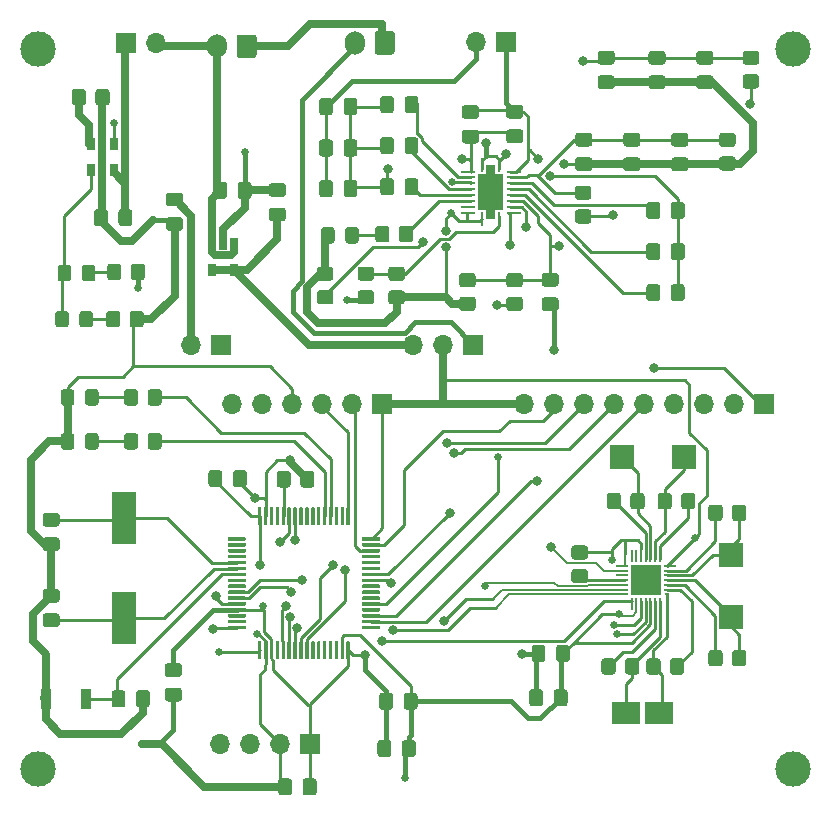
<source format=gbr>
%TF.GenerationSoftware,KiCad,Pcbnew,(5.1.8)-1*%
%TF.CreationDate,2021-02-01T14:36:09-08:00*%
%TF.ProjectId,spl_prototype,73706c5f-7072-46f7-946f-747970652e6b,rev?*%
%TF.SameCoordinates,Original*%
%TF.FileFunction,Copper,L1,Top*%
%TF.FilePolarity,Positive*%
%FSLAX46Y46*%
G04 Gerber Fmt 4.6, Leading zero omitted, Abs format (unit mm)*
G04 Created by KiCad (PCBNEW (5.1.8)-1) date 2021-02-01 14:36:09*
%MOMM*%
%LPD*%
G01*
G04 APERTURE LIST*
%TA.AperFunction,ComponentPad*%
%ADD10O,1.700000X1.700000*%
%TD*%
%TA.AperFunction,ComponentPad*%
%ADD11R,1.700000X1.700000*%
%TD*%
%TA.AperFunction,SMDPad,CuDef*%
%ADD12R,0.650000X1.060000*%
%TD*%
%TA.AperFunction,SMDPad,CuDef*%
%ADD13R,2.000000X2.000000*%
%TD*%
%TA.AperFunction,ComponentPad*%
%ADD14C,0.200000*%
%TD*%
%TA.AperFunction,SMDPad,CuDef*%
%ADD15C,0.100000*%
%TD*%
%TA.AperFunction,SMDPad,CuDef*%
%ADD16R,0.240000X1.200000*%
%TD*%
%TA.AperFunction,SMDPad,CuDef*%
%ADD17R,1.200000X0.240000*%
%TD*%
%TA.AperFunction,SMDPad,CuDef*%
%ADD18R,2.600000X2.600000*%
%TD*%
%TA.AperFunction,SMDPad,CuDef*%
%ADD19R,1.000000X0.200000*%
%TD*%
%TA.AperFunction,SMDPad,CuDef*%
%ADD20R,0.200000X1.000000*%
%TD*%
%TA.AperFunction,SMDPad,CuDef*%
%ADD21R,0.450000X0.200000*%
%TD*%
%TA.AperFunction,SMDPad,CuDef*%
%ADD22R,0.900000X1.700000*%
%TD*%
%TA.AperFunction,SMDPad,CuDef*%
%ADD23R,2.000000X4.500000*%
%TD*%
%TA.AperFunction,SMDPad,CuDef*%
%ADD24R,2.400000X1.950000*%
%TD*%
%TA.AperFunction,ComponentPad*%
%ADD25O,1.700000X2.000000*%
%TD*%
%TA.AperFunction,ViaPad*%
%ADD26C,3.000000*%
%TD*%
%TA.AperFunction,ViaPad*%
%ADD27C,0.635000*%
%TD*%
%TA.AperFunction,ViaPad*%
%ADD28C,0.800000*%
%TD*%
%TA.AperFunction,Conductor*%
%ADD29C,0.381000*%
%TD*%
%TA.AperFunction,Conductor*%
%ADD30C,0.635000*%
%TD*%
%TA.AperFunction,Conductor*%
%ADD31C,0.250000*%
%TD*%
%TA.AperFunction,Conductor*%
%ADD32C,0.200000*%
%TD*%
G04 APERTURE END LIST*
D10*
%TO.P,JP3(CHG-BATT),2*%
%TO.N,+BATT*%
X100050000Y-23540000D03*
D11*
%TO.P,JP3(CHG-BATT),1*%
%TO.N,Net-(C2-Pad1)*%
X97510000Y-23540000D03*
%TD*%
D12*
%TO.P,U8,5*%
%TO.N,Net-(R4-Pad2)*%
X94550000Y-32100000D03*
%TO.P,U8,4*%
%TO.N,Net-(C1-Pad2)*%
X96450000Y-32100000D03*
%TO.P,U8,3*%
%TO.N,Net-(C2-Pad1)*%
X96450000Y-34300000D03*
%TO.P,U8,2*%
%TO.N,GND*%
X95500000Y-34300000D03*
%TO.P,U8,1*%
%TO.N,Net-(D4-Pad1)*%
X94550000Y-34300000D03*
%TD*%
%TO.P,R22,2*%
%TO.N,GND*%
%TA.AperFunction,SMDPad,CuDef*%
G36*
G01*
X97800000Y-47350001D02*
X97800000Y-46449999D01*
G75*
G02*
X98049999Y-46200000I249999J0D01*
G01*
X98750001Y-46200000D01*
G75*
G02*
X99000000Y-46449999I0J-249999D01*
G01*
X99000000Y-47350001D01*
G75*
G02*
X98750001Y-47600000I-249999J0D01*
G01*
X98049999Y-47600000D01*
G75*
G02*
X97800000Y-47350001I0J249999D01*
G01*
G37*
%TD.AperFunction*%
%TO.P,R22,1*%
%TO.N,Net-(D5-Pad1)*%
%TA.AperFunction,SMDPad,CuDef*%
G36*
G01*
X95800000Y-47350001D02*
X95800000Y-46449999D01*
G75*
G02*
X96049999Y-46200000I249999J0D01*
G01*
X96750001Y-46200000D01*
G75*
G02*
X97000000Y-46449999I0J-249999D01*
G01*
X97000000Y-47350001D01*
G75*
G02*
X96750001Y-47600000I-249999J0D01*
G01*
X96049999Y-47600000D01*
G75*
G02*
X95800000Y-47350001I0J249999D01*
G01*
G37*
%TD.AperFunction*%
%TD*%
%TO.P,R21,2*%
%TO.N,Net-(C1-Pad2)*%
%TA.AperFunction,SMDPad,CuDef*%
G36*
G01*
X97900000Y-43350001D02*
X97900000Y-42449999D01*
G75*
G02*
X98149999Y-42200000I249999J0D01*
G01*
X98850001Y-42200000D01*
G75*
G02*
X99100000Y-42449999I0J-249999D01*
G01*
X99100000Y-43350001D01*
G75*
G02*
X98850001Y-43600000I-249999J0D01*
G01*
X98149999Y-43600000D01*
G75*
G02*
X97900000Y-43350001I0J249999D01*
G01*
G37*
%TD.AperFunction*%
%TO.P,R21,1*%
%TO.N,Net-(D4-Pad2)*%
%TA.AperFunction,SMDPad,CuDef*%
G36*
G01*
X95900000Y-43350001D02*
X95900000Y-42449999D01*
G75*
G02*
X96149999Y-42200000I249999J0D01*
G01*
X96850001Y-42200000D01*
G75*
G02*
X97100000Y-42449999I0J-249999D01*
G01*
X97100000Y-43350001D01*
G75*
G02*
X96850001Y-43600000I-249999J0D01*
G01*
X96149999Y-43600000D01*
G75*
G02*
X95900000Y-43350001I0J249999D01*
G01*
G37*
%TD.AperFunction*%
%TD*%
%TO.P,R4,2*%
%TO.N,Net-(R4-Pad2)*%
%TA.AperFunction,SMDPad,CuDef*%
G36*
G01*
X94100000Y-27649999D02*
X94100000Y-28550001D01*
G75*
G02*
X93850001Y-28800000I-249999J0D01*
G01*
X93149999Y-28800000D01*
G75*
G02*
X92900000Y-28550001I0J249999D01*
G01*
X92900000Y-27649999D01*
G75*
G02*
X93149999Y-27400000I249999J0D01*
G01*
X93850001Y-27400000D01*
G75*
G02*
X94100000Y-27649999I0J-249999D01*
G01*
G37*
%TD.AperFunction*%
%TO.P,R4,1*%
%TO.N,GND*%
%TA.AperFunction,SMDPad,CuDef*%
G36*
G01*
X96100000Y-27649999D02*
X96100000Y-28550001D01*
G75*
G02*
X95850001Y-28800000I-249999J0D01*
G01*
X95149999Y-28800000D01*
G75*
G02*
X94900000Y-28550001I0J249999D01*
G01*
X94900000Y-27649999D01*
G75*
G02*
X95149999Y-27400000I249999J0D01*
G01*
X95850001Y-27400000D01*
G75*
G02*
X96100000Y-27649999I0J-249999D01*
G01*
G37*
%TD.AperFunction*%
%TD*%
D10*
%TO.P,JP2(BQ-5V),2*%
%TO.N,Net-(C1-Pad2)*%
X102960000Y-49100000D03*
D11*
%TO.P,JP2(BQ-5V),1*%
%TO.N,+5V*%
X105500000Y-49100000D03*
%TD*%
%TO.P,D5,2*%
%TO.N,Net-(D4-Pad1)*%
%TA.AperFunction,SMDPad,CuDef*%
G36*
G01*
X92650000Y-46449999D02*
X92650000Y-47350001D01*
G75*
G02*
X92400001Y-47600000I-249999J0D01*
G01*
X91749999Y-47600000D01*
G75*
G02*
X91500000Y-47350001I0J249999D01*
G01*
X91500000Y-46449999D01*
G75*
G02*
X91749999Y-46200000I249999J0D01*
G01*
X92400001Y-46200000D01*
G75*
G02*
X92650000Y-46449999I0J-249999D01*
G01*
G37*
%TD.AperFunction*%
%TO.P,D5,1*%
%TO.N,Net-(D5-Pad1)*%
%TA.AperFunction,SMDPad,CuDef*%
G36*
G01*
X94700000Y-46449999D02*
X94700000Y-47350001D01*
G75*
G02*
X94450001Y-47600000I-249999J0D01*
G01*
X93799999Y-47600000D01*
G75*
G02*
X93550000Y-47350001I0J249999D01*
G01*
X93550000Y-46449999D01*
G75*
G02*
X93799999Y-46200000I249999J0D01*
G01*
X94450001Y-46200000D01*
G75*
G02*
X94700000Y-46449999I0J-249999D01*
G01*
G37*
%TD.AperFunction*%
%TD*%
%TO.P,D4,2*%
%TO.N,Net-(D4-Pad2)*%
%TA.AperFunction,SMDPad,CuDef*%
G36*
G01*
X93750000Y-43450001D02*
X93750000Y-42549999D01*
G75*
G02*
X93999999Y-42300000I249999J0D01*
G01*
X94650001Y-42300000D01*
G75*
G02*
X94900000Y-42549999I0J-249999D01*
G01*
X94900000Y-43450001D01*
G75*
G02*
X94650001Y-43700000I-249999J0D01*
G01*
X93999999Y-43700000D01*
G75*
G02*
X93750000Y-43450001I0J249999D01*
G01*
G37*
%TD.AperFunction*%
%TO.P,D4,1*%
%TO.N,Net-(D4-Pad1)*%
%TA.AperFunction,SMDPad,CuDef*%
G36*
G01*
X91700000Y-43450001D02*
X91700000Y-42549999D01*
G75*
G02*
X91949999Y-42300000I249999J0D01*
G01*
X92600001Y-42300000D01*
G75*
G02*
X92850000Y-42549999I0J-249999D01*
G01*
X92850000Y-43450001D01*
G75*
G02*
X92600001Y-43700000I-249999J0D01*
G01*
X91949999Y-43700000D01*
G75*
G02*
X91700000Y-43450001I0J249999D01*
G01*
G37*
%TD.AperFunction*%
%TD*%
%TO.P,C14,2*%
%TO.N,GND*%
%TA.AperFunction,SMDPad,CuDef*%
G36*
G01*
X110775000Y-36550000D02*
X109825000Y-36550000D01*
G75*
G02*
X109575000Y-36300000I0J250000D01*
G01*
X109575000Y-35625000D01*
G75*
G02*
X109825000Y-35375000I250000J0D01*
G01*
X110775000Y-35375000D01*
G75*
G02*
X111025000Y-35625000I0J-250000D01*
G01*
X111025000Y-36300000D01*
G75*
G02*
X110775000Y-36550000I-250000J0D01*
G01*
G37*
%TD.AperFunction*%
%TO.P,C14,1*%
%TO.N,/LP2985_Output*%
%TA.AperFunction,SMDPad,CuDef*%
G36*
G01*
X110775000Y-38625000D02*
X109825000Y-38625000D01*
G75*
G02*
X109575000Y-38375000I0J250000D01*
G01*
X109575000Y-37700000D01*
G75*
G02*
X109825000Y-37450000I250000J0D01*
G01*
X110775000Y-37450000D01*
G75*
G02*
X111025000Y-37700000I0J-250000D01*
G01*
X111025000Y-38375000D01*
G75*
G02*
X110775000Y-38625000I-250000J0D01*
G01*
G37*
%TD.AperFunction*%
%TD*%
%TO.P,C13,2*%
%TO.N,GND*%
%TA.AperFunction,SMDPad,CuDef*%
G36*
G01*
X106950000Y-36475000D02*
X106950000Y-35525000D01*
G75*
G02*
X107200000Y-35275000I250000J0D01*
G01*
X107875000Y-35275000D01*
G75*
G02*
X108125000Y-35525000I0J-250000D01*
G01*
X108125000Y-36475000D01*
G75*
G02*
X107875000Y-36725000I-250000J0D01*
G01*
X107200000Y-36725000D01*
G75*
G02*
X106950000Y-36475000I0J250000D01*
G01*
G37*
%TD.AperFunction*%
%TO.P,C13,1*%
%TO.N,+BATT*%
%TA.AperFunction,SMDPad,CuDef*%
G36*
G01*
X104875000Y-36475000D02*
X104875000Y-35525000D01*
G75*
G02*
X105125000Y-35275000I250000J0D01*
G01*
X105800000Y-35275000D01*
G75*
G02*
X106050000Y-35525000I0J-250000D01*
G01*
X106050000Y-36475000D01*
G75*
G02*
X105800000Y-36725000I-250000J0D01*
G01*
X105125000Y-36725000D01*
G75*
G02*
X104875000Y-36475000I0J250000D01*
G01*
G37*
%TD.AperFunction*%
%TD*%
%TO.P,C2,2*%
%TO.N,GND*%
%TA.AperFunction,SMDPad,CuDef*%
G36*
G01*
X95950000Y-37825000D02*
X95950000Y-38775000D01*
G75*
G02*
X95700000Y-39025000I-250000J0D01*
G01*
X95025000Y-39025000D01*
G75*
G02*
X94775000Y-38775000I0J250000D01*
G01*
X94775000Y-37825000D01*
G75*
G02*
X95025000Y-37575000I250000J0D01*
G01*
X95700000Y-37575000D01*
G75*
G02*
X95950000Y-37825000I0J-250000D01*
G01*
G37*
%TD.AperFunction*%
%TO.P,C2,1*%
%TO.N,Net-(C2-Pad1)*%
%TA.AperFunction,SMDPad,CuDef*%
G36*
G01*
X98025000Y-37825000D02*
X98025000Y-38775000D01*
G75*
G02*
X97775000Y-39025000I-250000J0D01*
G01*
X97100000Y-39025000D01*
G75*
G02*
X96850000Y-38775000I0J250000D01*
G01*
X96850000Y-37825000D01*
G75*
G02*
X97100000Y-37575000I250000J0D01*
G01*
X97775000Y-37575000D01*
G75*
G02*
X98025000Y-37825000I0J-250000D01*
G01*
G37*
%TD.AperFunction*%
%TD*%
%TO.P,C1,2*%
%TO.N,Net-(C1-Pad2)*%
%TA.AperFunction,SMDPad,CuDef*%
G36*
G01*
X102075000Y-37350000D02*
X101125000Y-37350000D01*
G75*
G02*
X100875000Y-37100000I0J250000D01*
G01*
X100875000Y-36425000D01*
G75*
G02*
X101125000Y-36175000I250000J0D01*
G01*
X102075000Y-36175000D01*
G75*
G02*
X102325000Y-36425000I0J-250000D01*
G01*
X102325000Y-37100000D01*
G75*
G02*
X102075000Y-37350000I-250000J0D01*
G01*
G37*
%TD.AperFunction*%
%TO.P,C1,1*%
%TO.N,GND*%
%TA.AperFunction,SMDPad,CuDef*%
G36*
G01*
X102075000Y-39425000D02*
X101125000Y-39425000D01*
G75*
G02*
X100875000Y-39175000I0J250000D01*
G01*
X100875000Y-38500000D01*
G75*
G02*
X101125000Y-38250000I250000J0D01*
G01*
X102075000Y-38250000D01*
G75*
G02*
X102325000Y-38500000I0J-250000D01*
G01*
X102325000Y-39175000D01*
G75*
G02*
X102075000Y-39425000I-250000J0D01*
G01*
G37*
%TD.AperFunction*%
%TD*%
D12*
%TO.P,U2,5*%
%TO.N,/LP2985_Output*%
X106650000Y-42700000D03*
%TO.P,U2,4*%
X104750000Y-42700000D03*
%TO.P,U2,3*%
%TO.N,+BATT*%
X104750000Y-40500000D03*
%TO.P,U2,2*%
%TO.N,GND*%
X105700000Y-40500000D03*
%TO.P,U2,1*%
%TO.N,+BATT*%
X106650000Y-40500000D03*
%TD*%
D13*
%TO.P,U5,2*%
%TO.N,Net-(R8-Pad1)*%
X148700000Y-72150000D03*
%TO.P,U5,1*%
%TO.N,Net-(R9-Pad1)*%
X148700000Y-66850000D03*
%TD*%
%TO.P,U4,2*%
%TO.N,Net-(R7-Pad1)*%
X139450000Y-58600000D03*
%TO.P,U4,1*%
%TO.N,Net-(R6-Pad1)*%
X144750000Y-58600000D03*
%TD*%
D10*
%TO.P,J6 (COIL),2*%
%TO.N,Net-(C18-Pad2)*%
X127110000Y-23400000D03*
D11*
%TO.P,J6 (COIL),1*%
%TO.N,Net-(C21-Pad2)*%
X129650000Y-23400000D03*
%TD*%
D14*
%TO.P,U7,*%
%TO.N,*%
X127860000Y-37150000D03*
X128860000Y-37150000D03*
X128860000Y-35150000D03*
X127860000Y-35150000D03*
X128360000Y-37150000D03*
X128360000Y-35150000D03*
%TA.AperFunction,SMDPad,CuDef*%
D15*
G36*
X128735000Y-37680000D02*
G01*
X128735000Y-38450000D01*
X127985000Y-38450000D01*
X127985000Y-37680000D01*
X127330000Y-37680000D01*
X127330000Y-34620000D01*
X127985000Y-34620000D01*
X127985000Y-33850000D01*
X128735000Y-33850000D01*
X128735000Y-34620000D01*
X129390000Y-34620000D01*
X129390000Y-37680000D01*
X128735000Y-37680000D01*
G37*
%TD.AperFunction*%
D16*
%TO.P,U7,11*%
%TO.N,Net-(R16-Pad2)*%
X129110000Y-38450000D03*
%TO.P,U7,10*%
%TO.N,GND*%
X127610000Y-38450000D03*
%TO.P,U7,20*%
X129110000Y-33850000D03*
%TO.P,U7,1*%
X127610000Y-33850000D03*
D17*
%TO.P,U7,9*%
X126410000Y-37900000D03*
%TO.P,U7,12*%
%TO.N,Net-(R13-Pad1)*%
X130310000Y-37900000D03*
%TO.P,U7,8*%
%TO.N,Net-(U7-Pad8)*%
X126410000Y-37400000D03*
%TO.P,U7,13*%
%TO.N,Net-(R18-Pad1)*%
X130310000Y-37400000D03*
%TO.P,U7,7*%
%TO.N,/CHG_LED*%
X126410000Y-36900000D03*
%TO.P,U7,14*%
%TO.N,Net-(C29-Pad1)*%
X130310000Y-36900000D03*
%TO.P,U7,6*%
%TO.N,Net-(C23-Pad1)*%
X126410000Y-36400000D03*
%TO.P,U7,15*%
%TO.N,Net-(C28-Pad1)*%
X130310000Y-36400000D03*
%TO.P,U7,5*%
%TO.N,Net-(C24-Pad1)*%
X126410000Y-35900000D03*
%TO.P,U7,16*%
%TO.N,Net-(C27-Pad1)*%
X130310000Y-35900000D03*
%TO.P,U7,4*%
%TO.N,+5V*%
X126410000Y-35400000D03*
%TO.P,U7,17*%
%TO.N,Net-(C26-Pad1)*%
X130310000Y-35400000D03*
%TO.P,U7,3*%
%TO.N,Net-(C25-Pad1)*%
X126410000Y-34900000D03*
%TO.P,U7,18*%
%TO.N,/VRECT*%
X130310000Y-34900000D03*
%TO.P,U7,2*%
%TO.N,Net-(C18-Pad1)*%
X126410000Y-34400000D03*
%TO.P,U7,19*%
%TO.N,Net-(C21-Pad2)*%
X130310000Y-34400000D03*
%TD*%
D18*
%TO.P,U3,*%
%TO.N,*%
X141500000Y-69000000D03*
D19*
%TO.P,U3,28*%
%TO.N,/SPI1_MISO*%
X139450000Y-70200000D03*
%TO.P,U3,27*%
%TO.N,/SPI1_SCK*%
X139450000Y-69800000D03*
%TO.P,U3,26*%
%TO.N,/STM32SUPPLY*%
X139450000Y-69400000D03*
%TO.P,U3,25*%
%TO.N,Net-(R5-Pad1)*%
X139450000Y-69000000D03*
%TO.P,U3,24*%
%TO.N,Net-(U3-Pad24)*%
X139450000Y-68600000D03*
%TO.P,U3,23*%
%TO.N,/MAG_RDY*%
X139450000Y-68200000D03*
%TO.P,U3,22*%
%TO.N,GND*%
X139450000Y-67800000D03*
D20*
%TO.P,U3,21*%
%TO.N,Net-(U3-Pad21)*%
X140300000Y-66950000D03*
%TO.P,U3,20*%
%TO.N,Net-(U3-Pad20)*%
X140700000Y-66950000D03*
%TO.P,U3,19*%
%TO.N,GND*%
X141100000Y-66950000D03*
%TO.P,U3,18*%
%TO.N,Net-(R7-Pad2)*%
X141500000Y-66950000D03*
%TO.P,U3,17*%
%TO.N,Net-(R7-Pad1)*%
X141900000Y-66950000D03*
%TO.P,U3,16*%
%TO.N,Net-(R6-Pad1)*%
X142300000Y-66950000D03*
%TO.P,U3,15*%
%TO.N,Net-(R6-Pad2)*%
X142700000Y-66950000D03*
D19*
%TO.P,U3,14*%
%TO.N,/STM32SUPPLY*%
X143550000Y-67800000D03*
%TO.P,U3,13*%
%TO.N,Net-(R9-Pad2)*%
X143550000Y-68200000D03*
%TO.P,U3,12*%
%TO.N,Net-(R9-Pad1)*%
X143550000Y-68600000D03*
%TO.P,U3,11*%
%TO.N,Net-(R8-Pad1)*%
X143550000Y-69000000D03*
%TO.P,U3,10*%
%TO.N,Net-(R8-Pad2)*%
X143550000Y-69400000D03*
%TO.P,U3,9*%
%TO.N,Net-(R11-Pad2)*%
X143550000Y-69800000D03*
D21*
%TO.P,U3,8*%
%TO.N,Net-(R11-Pad1)*%
X143275000Y-70200000D03*
D20*
%TO.P,U3,7*%
%TO.N,Net-(R10-Pad1)*%
X142700000Y-71050000D03*
%TO.P,U3,6*%
%TO.N,Net-(R10-Pad2)*%
X142300000Y-71050000D03*
%TO.P,U3,5*%
%TO.N,GND*%
X141900000Y-71050000D03*
%TO.P,U3,4*%
%TO.N,/STM32SUPPLY*%
X141500000Y-71050000D03*
%TO.P,U3,3*%
%TO.N,/SPI1_SSN*%
X141100000Y-71050000D03*
%TO.P,U3,2*%
%TO.N,GND*%
X140700000Y-71050000D03*
%TO.P,U3,1*%
%TO.N,/SPI1_MOSI*%
X140300000Y-71050000D03*
%TD*%
D22*
%TO.P,SW1,2*%
%TO.N,Net-(C12-Pad1)*%
X94090000Y-79040000D03*
%TO.P,SW1,1*%
%TO.N,GND*%
X90690000Y-79040000D03*
%TD*%
D23*
%TO.P,Y1,2*%
%TO.N,Net-(C11-Pad1)*%
X97320000Y-72240000D03*
%TO.P,Y1,1*%
%TO.N,Net-(C10-Pad1)*%
X97320000Y-63740000D03*
%TD*%
D24*
%TO.P,U6,2*%
%TO.N,Net-(R10-Pad1)*%
X139850000Y-80200000D03*
%TO.P,U6,1*%
%TO.N,Net-(R11-Pad1)*%
X142650000Y-80200000D03*
%TD*%
%TO.P,U1,64*%
%TO.N,/STM32SUPPLY*%
%TA.AperFunction,SMDPad,CuDef*%
G36*
G01*
X108660000Y-64285000D02*
X108660000Y-62885000D01*
G75*
G02*
X108735000Y-62810000I75000J0D01*
G01*
X108885000Y-62810000D01*
G75*
G02*
X108960000Y-62885000I0J-75000D01*
G01*
X108960000Y-64285000D01*
G75*
G02*
X108885000Y-64360000I-75000J0D01*
G01*
X108735000Y-64360000D01*
G75*
G02*
X108660000Y-64285000I0J75000D01*
G01*
G37*
%TD.AperFunction*%
%TO.P,U1,63*%
%TO.N,GND*%
%TA.AperFunction,SMDPad,CuDef*%
G36*
G01*
X109160000Y-64285000D02*
X109160000Y-62885000D01*
G75*
G02*
X109235000Y-62810000I75000J0D01*
G01*
X109385000Y-62810000D01*
G75*
G02*
X109460000Y-62885000I0J-75000D01*
G01*
X109460000Y-64285000D01*
G75*
G02*
X109385000Y-64360000I-75000J0D01*
G01*
X109235000Y-64360000D01*
G75*
G02*
X109160000Y-64285000I0J75000D01*
G01*
G37*
%TD.AperFunction*%
%TO.P,U1,62*%
%TO.N,Net-(U1-Pad62)*%
%TA.AperFunction,SMDPad,CuDef*%
G36*
G01*
X109660000Y-64285000D02*
X109660000Y-62885000D01*
G75*
G02*
X109735000Y-62810000I75000J0D01*
G01*
X109885000Y-62810000D01*
G75*
G02*
X109960000Y-62885000I0J-75000D01*
G01*
X109960000Y-64285000D01*
G75*
G02*
X109885000Y-64360000I-75000J0D01*
G01*
X109735000Y-64360000D01*
G75*
G02*
X109660000Y-64285000I0J75000D01*
G01*
G37*
%TD.AperFunction*%
%TO.P,U1,61*%
%TO.N,Net-(U1-Pad61)*%
%TA.AperFunction,SMDPad,CuDef*%
G36*
G01*
X110160000Y-64285000D02*
X110160000Y-62885000D01*
G75*
G02*
X110235000Y-62810000I75000J0D01*
G01*
X110385000Y-62810000D01*
G75*
G02*
X110460000Y-62885000I0J-75000D01*
G01*
X110460000Y-64285000D01*
G75*
G02*
X110385000Y-64360000I-75000J0D01*
G01*
X110235000Y-64360000D01*
G75*
G02*
X110160000Y-64285000I0J75000D01*
G01*
G37*
%TD.AperFunction*%
%TO.P,U1,60*%
%TO.N,Net-(R3-Pad1)*%
%TA.AperFunction,SMDPad,CuDef*%
G36*
G01*
X110660000Y-64285000D02*
X110660000Y-62885000D01*
G75*
G02*
X110735000Y-62810000I75000J0D01*
G01*
X110885000Y-62810000D01*
G75*
G02*
X110960000Y-62885000I0J-75000D01*
G01*
X110960000Y-64285000D01*
G75*
G02*
X110885000Y-64360000I-75000J0D01*
G01*
X110735000Y-64360000D01*
G75*
G02*
X110660000Y-64285000I0J75000D01*
G01*
G37*
%TD.AperFunction*%
%TO.P,U1,59*%
%TO.N,/I2C1_SDA*%
%TA.AperFunction,SMDPad,CuDef*%
G36*
G01*
X111160000Y-64285000D02*
X111160000Y-62885000D01*
G75*
G02*
X111235000Y-62810000I75000J0D01*
G01*
X111385000Y-62810000D01*
G75*
G02*
X111460000Y-62885000I0J-75000D01*
G01*
X111460000Y-64285000D01*
G75*
G02*
X111385000Y-64360000I-75000J0D01*
G01*
X111235000Y-64360000D01*
G75*
G02*
X111160000Y-64285000I0J75000D01*
G01*
G37*
%TD.AperFunction*%
%TO.P,U1,58*%
%TO.N,/I2C1_SCL*%
%TA.AperFunction,SMDPad,CuDef*%
G36*
G01*
X111660000Y-64285000D02*
X111660000Y-62885000D01*
G75*
G02*
X111735000Y-62810000I75000J0D01*
G01*
X111885000Y-62810000D01*
G75*
G02*
X111960000Y-62885000I0J-75000D01*
G01*
X111960000Y-64285000D01*
G75*
G02*
X111885000Y-64360000I-75000J0D01*
G01*
X111735000Y-64360000D01*
G75*
G02*
X111660000Y-64285000I0J75000D01*
G01*
G37*
%TD.AperFunction*%
%TO.P,U1,57*%
%TO.N,Net-(U1-Pad57)*%
%TA.AperFunction,SMDPad,CuDef*%
G36*
G01*
X112160000Y-64285000D02*
X112160000Y-62885000D01*
G75*
G02*
X112235000Y-62810000I75000J0D01*
G01*
X112385000Y-62810000D01*
G75*
G02*
X112460000Y-62885000I0J-75000D01*
G01*
X112460000Y-64285000D01*
G75*
G02*
X112385000Y-64360000I-75000J0D01*
G01*
X112235000Y-64360000D01*
G75*
G02*
X112160000Y-64285000I0J75000D01*
G01*
G37*
%TD.AperFunction*%
%TO.P,U1,56*%
%TO.N,Net-(U1-Pad56)*%
%TA.AperFunction,SMDPad,CuDef*%
G36*
G01*
X112660000Y-64285000D02*
X112660000Y-62885000D01*
G75*
G02*
X112735000Y-62810000I75000J0D01*
G01*
X112885000Y-62810000D01*
G75*
G02*
X112960000Y-62885000I0J-75000D01*
G01*
X112960000Y-64285000D01*
G75*
G02*
X112885000Y-64360000I-75000J0D01*
G01*
X112735000Y-64360000D01*
G75*
G02*
X112660000Y-64285000I0J75000D01*
G01*
G37*
%TD.AperFunction*%
%TO.P,U1,55*%
%TO.N,Net-(U1-Pad55)*%
%TA.AperFunction,SMDPad,CuDef*%
G36*
G01*
X113160000Y-64285000D02*
X113160000Y-62885000D01*
G75*
G02*
X113235000Y-62810000I75000J0D01*
G01*
X113385000Y-62810000D01*
G75*
G02*
X113460000Y-62885000I0J-75000D01*
G01*
X113460000Y-64285000D01*
G75*
G02*
X113385000Y-64360000I-75000J0D01*
G01*
X113235000Y-64360000D01*
G75*
G02*
X113160000Y-64285000I0J75000D01*
G01*
G37*
%TD.AperFunction*%
%TO.P,U1,54*%
%TO.N,Net-(U1-Pad54)*%
%TA.AperFunction,SMDPad,CuDef*%
G36*
G01*
X113660000Y-64285000D02*
X113660000Y-62885000D01*
G75*
G02*
X113735000Y-62810000I75000J0D01*
G01*
X113885000Y-62810000D01*
G75*
G02*
X113960000Y-62885000I0J-75000D01*
G01*
X113960000Y-64285000D01*
G75*
G02*
X113885000Y-64360000I-75000J0D01*
G01*
X113735000Y-64360000D01*
G75*
G02*
X113660000Y-64285000I0J75000D01*
G01*
G37*
%TD.AperFunction*%
%TO.P,U1,53*%
%TO.N,/USER_LED2*%
%TA.AperFunction,SMDPad,CuDef*%
G36*
G01*
X114160000Y-64285000D02*
X114160000Y-62885000D01*
G75*
G02*
X114235000Y-62810000I75000J0D01*
G01*
X114385000Y-62810000D01*
G75*
G02*
X114460000Y-62885000I0J-75000D01*
G01*
X114460000Y-64285000D01*
G75*
G02*
X114385000Y-64360000I-75000J0D01*
G01*
X114235000Y-64360000D01*
G75*
G02*
X114160000Y-64285000I0J75000D01*
G01*
G37*
%TD.AperFunction*%
%TO.P,U1,52*%
%TO.N,/USER_LED1*%
%TA.AperFunction,SMDPad,CuDef*%
G36*
G01*
X114660000Y-64285000D02*
X114660000Y-62885000D01*
G75*
G02*
X114735000Y-62810000I75000J0D01*
G01*
X114885000Y-62810000D01*
G75*
G02*
X114960000Y-62885000I0J-75000D01*
G01*
X114960000Y-64285000D01*
G75*
G02*
X114885000Y-64360000I-75000J0D01*
G01*
X114735000Y-64360000D01*
G75*
G02*
X114660000Y-64285000I0J75000D01*
G01*
G37*
%TD.AperFunction*%
%TO.P,U1,51*%
%TO.N,Net-(U1-Pad51)*%
%TA.AperFunction,SMDPad,CuDef*%
G36*
G01*
X115160000Y-64285000D02*
X115160000Y-62885000D01*
G75*
G02*
X115235000Y-62810000I75000J0D01*
G01*
X115385000Y-62810000D01*
G75*
G02*
X115460000Y-62885000I0J-75000D01*
G01*
X115460000Y-64285000D01*
G75*
G02*
X115385000Y-64360000I-75000J0D01*
G01*
X115235000Y-64360000D01*
G75*
G02*
X115160000Y-64285000I0J75000D01*
G01*
G37*
%TD.AperFunction*%
%TO.P,U1,50*%
%TO.N,Net-(U1-Pad50)*%
%TA.AperFunction,SMDPad,CuDef*%
G36*
G01*
X115660000Y-64285000D02*
X115660000Y-62885000D01*
G75*
G02*
X115735000Y-62810000I75000J0D01*
G01*
X115885000Y-62810000D01*
G75*
G02*
X115960000Y-62885000I0J-75000D01*
G01*
X115960000Y-64285000D01*
G75*
G02*
X115885000Y-64360000I-75000J0D01*
G01*
X115735000Y-64360000D01*
G75*
G02*
X115660000Y-64285000I0J75000D01*
G01*
G37*
%TD.AperFunction*%
%TO.P,U1,49*%
%TO.N,/SWD_SWCLK*%
%TA.AperFunction,SMDPad,CuDef*%
G36*
G01*
X116160000Y-64285000D02*
X116160000Y-62885000D01*
G75*
G02*
X116235000Y-62810000I75000J0D01*
G01*
X116385000Y-62810000D01*
G75*
G02*
X116460000Y-62885000I0J-75000D01*
G01*
X116460000Y-64285000D01*
G75*
G02*
X116385000Y-64360000I-75000J0D01*
G01*
X116235000Y-64360000D01*
G75*
G02*
X116160000Y-64285000I0J75000D01*
G01*
G37*
%TD.AperFunction*%
%TO.P,U1,48*%
%TO.N,/STM32SUPPLY*%
%TA.AperFunction,SMDPad,CuDef*%
G36*
G01*
X117460000Y-65585000D02*
X117460000Y-65435000D01*
G75*
G02*
X117535000Y-65360000I75000J0D01*
G01*
X118935000Y-65360000D01*
G75*
G02*
X119010000Y-65435000I0J-75000D01*
G01*
X119010000Y-65585000D01*
G75*
G02*
X118935000Y-65660000I-75000J0D01*
G01*
X117535000Y-65660000D01*
G75*
G02*
X117460000Y-65585000I0J75000D01*
G01*
G37*
%TD.AperFunction*%
%TO.P,U1,47*%
%TO.N,GND*%
%TA.AperFunction,SMDPad,CuDef*%
G36*
G01*
X117460000Y-66085000D02*
X117460000Y-65935000D01*
G75*
G02*
X117535000Y-65860000I75000J0D01*
G01*
X118935000Y-65860000D01*
G75*
G02*
X119010000Y-65935000I0J-75000D01*
G01*
X119010000Y-66085000D01*
G75*
G02*
X118935000Y-66160000I-75000J0D01*
G01*
X117535000Y-66160000D01*
G75*
G02*
X117460000Y-66085000I0J75000D01*
G01*
G37*
%TD.AperFunction*%
%TO.P,U1,46*%
%TO.N,/SWD_SWDIO*%
%TA.AperFunction,SMDPad,CuDef*%
G36*
G01*
X117460000Y-66585000D02*
X117460000Y-66435000D01*
G75*
G02*
X117535000Y-66360000I75000J0D01*
G01*
X118935000Y-66360000D01*
G75*
G02*
X119010000Y-66435000I0J-75000D01*
G01*
X119010000Y-66585000D01*
G75*
G02*
X118935000Y-66660000I-75000J0D01*
G01*
X117535000Y-66660000D01*
G75*
G02*
X117460000Y-66585000I0J75000D01*
G01*
G37*
%TD.AperFunction*%
%TO.P,U1,45*%
%TO.N,Net-(U1-Pad45)*%
%TA.AperFunction,SMDPad,CuDef*%
G36*
G01*
X117460000Y-67085000D02*
X117460000Y-66935000D01*
G75*
G02*
X117535000Y-66860000I75000J0D01*
G01*
X118935000Y-66860000D01*
G75*
G02*
X119010000Y-66935000I0J-75000D01*
G01*
X119010000Y-67085000D01*
G75*
G02*
X118935000Y-67160000I-75000J0D01*
G01*
X117535000Y-67160000D01*
G75*
G02*
X117460000Y-67085000I0J75000D01*
G01*
G37*
%TD.AperFunction*%
%TO.P,U1,44*%
%TO.N,Net-(U1-Pad44)*%
%TA.AperFunction,SMDPad,CuDef*%
G36*
G01*
X117460000Y-67585000D02*
X117460000Y-67435000D01*
G75*
G02*
X117535000Y-67360000I75000J0D01*
G01*
X118935000Y-67360000D01*
G75*
G02*
X119010000Y-67435000I0J-75000D01*
G01*
X119010000Y-67585000D01*
G75*
G02*
X118935000Y-67660000I-75000J0D01*
G01*
X117535000Y-67660000D01*
G75*
G02*
X117460000Y-67585000I0J75000D01*
G01*
G37*
%TD.AperFunction*%
%TO.P,U1,43*%
%TO.N,Net-(U1-Pad43)*%
%TA.AperFunction,SMDPad,CuDef*%
G36*
G01*
X117460000Y-68085000D02*
X117460000Y-67935000D01*
G75*
G02*
X117535000Y-67860000I75000J0D01*
G01*
X118935000Y-67860000D01*
G75*
G02*
X119010000Y-67935000I0J-75000D01*
G01*
X119010000Y-68085000D01*
G75*
G02*
X118935000Y-68160000I-75000J0D01*
G01*
X117535000Y-68160000D01*
G75*
G02*
X117460000Y-68085000I0J75000D01*
G01*
G37*
%TD.AperFunction*%
%TO.P,U1,42*%
%TO.N,/MAG_RDY*%
%TA.AperFunction,SMDPad,CuDef*%
G36*
G01*
X117460000Y-68585000D02*
X117460000Y-68435000D01*
G75*
G02*
X117535000Y-68360000I75000J0D01*
G01*
X118935000Y-68360000D01*
G75*
G02*
X119010000Y-68435000I0J-75000D01*
G01*
X119010000Y-68585000D01*
G75*
G02*
X118935000Y-68660000I-75000J0D01*
G01*
X117535000Y-68660000D01*
G75*
G02*
X117460000Y-68585000I0J75000D01*
G01*
G37*
%TD.AperFunction*%
%TO.P,U1,41*%
%TO.N,/SPI1_SSN*%
%TA.AperFunction,SMDPad,CuDef*%
G36*
G01*
X117460000Y-69085000D02*
X117460000Y-68935000D01*
G75*
G02*
X117535000Y-68860000I75000J0D01*
G01*
X118935000Y-68860000D01*
G75*
G02*
X119010000Y-68935000I0J-75000D01*
G01*
X119010000Y-69085000D01*
G75*
G02*
X118935000Y-69160000I-75000J0D01*
G01*
X117535000Y-69160000D01*
G75*
G02*
X117460000Y-69085000I0J75000D01*
G01*
G37*
%TD.AperFunction*%
%TO.P,U1,40*%
%TO.N,Net-(U1-Pad40)*%
%TA.AperFunction,SMDPad,CuDef*%
G36*
G01*
X117460000Y-69585000D02*
X117460000Y-69435000D01*
G75*
G02*
X117535000Y-69360000I75000J0D01*
G01*
X118935000Y-69360000D01*
G75*
G02*
X119010000Y-69435000I0J-75000D01*
G01*
X119010000Y-69585000D01*
G75*
G02*
X118935000Y-69660000I-75000J0D01*
G01*
X117535000Y-69660000D01*
G75*
G02*
X117460000Y-69585000I0J75000D01*
G01*
G37*
%TD.AperFunction*%
%TO.P,U1,39*%
%TO.N,Net-(U1-Pad39)*%
%TA.AperFunction,SMDPad,CuDef*%
G36*
G01*
X117460000Y-70085000D02*
X117460000Y-69935000D01*
G75*
G02*
X117535000Y-69860000I75000J0D01*
G01*
X118935000Y-69860000D01*
G75*
G02*
X119010000Y-69935000I0J-75000D01*
G01*
X119010000Y-70085000D01*
G75*
G02*
X118935000Y-70160000I-75000J0D01*
G01*
X117535000Y-70160000D01*
G75*
G02*
X117460000Y-70085000I0J75000D01*
G01*
G37*
%TD.AperFunction*%
%TO.P,U1,38*%
%TO.N,Net-(U1-Pad38)*%
%TA.AperFunction,SMDPad,CuDef*%
G36*
G01*
X117460000Y-70585000D02*
X117460000Y-70435000D01*
G75*
G02*
X117535000Y-70360000I75000J0D01*
G01*
X118935000Y-70360000D01*
G75*
G02*
X119010000Y-70435000I0J-75000D01*
G01*
X119010000Y-70585000D01*
G75*
G02*
X118935000Y-70660000I-75000J0D01*
G01*
X117535000Y-70660000D01*
G75*
G02*
X117460000Y-70585000I0J75000D01*
G01*
G37*
%TD.AperFunction*%
%TO.P,U1,37*%
%TO.N,/LoRaRST*%
%TA.AperFunction,SMDPad,CuDef*%
G36*
G01*
X117460000Y-71085000D02*
X117460000Y-70935000D01*
G75*
G02*
X117535000Y-70860000I75000J0D01*
G01*
X118935000Y-70860000D01*
G75*
G02*
X119010000Y-70935000I0J-75000D01*
G01*
X119010000Y-71085000D01*
G75*
G02*
X118935000Y-71160000I-75000J0D01*
G01*
X117535000Y-71160000D01*
G75*
G02*
X117460000Y-71085000I0J75000D01*
G01*
G37*
%TD.AperFunction*%
%TO.P,U1,36*%
%TO.N,/LoRa_RESET*%
%TA.AperFunction,SMDPad,CuDef*%
G36*
G01*
X117460000Y-71585000D02*
X117460000Y-71435000D01*
G75*
G02*
X117535000Y-71360000I75000J0D01*
G01*
X118935000Y-71360000D01*
G75*
G02*
X119010000Y-71435000I0J-75000D01*
G01*
X119010000Y-71585000D01*
G75*
G02*
X118935000Y-71660000I-75000J0D01*
G01*
X117535000Y-71660000D01*
G75*
G02*
X117460000Y-71585000I0J75000D01*
G01*
G37*
%TD.AperFunction*%
%TO.P,U1,35*%
%TO.N,/SPI2_SSN*%
%TA.AperFunction,SMDPad,CuDef*%
G36*
G01*
X117460000Y-72085000D02*
X117460000Y-71935000D01*
G75*
G02*
X117535000Y-71860000I75000J0D01*
G01*
X118935000Y-71860000D01*
G75*
G02*
X119010000Y-71935000I0J-75000D01*
G01*
X119010000Y-72085000D01*
G75*
G02*
X118935000Y-72160000I-75000J0D01*
G01*
X117535000Y-72160000D01*
G75*
G02*
X117460000Y-72085000I0J75000D01*
G01*
G37*
%TD.AperFunction*%
%TO.P,U1,34*%
%TO.N,/SPI2_SCK*%
%TA.AperFunction,SMDPad,CuDef*%
G36*
G01*
X117460000Y-72585000D02*
X117460000Y-72435000D01*
G75*
G02*
X117535000Y-72360000I75000J0D01*
G01*
X118935000Y-72360000D01*
G75*
G02*
X119010000Y-72435000I0J-75000D01*
G01*
X119010000Y-72585000D01*
G75*
G02*
X118935000Y-72660000I-75000J0D01*
G01*
X117535000Y-72660000D01*
G75*
G02*
X117460000Y-72585000I0J75000D01*
G01*
G37*
%TD.AperFunction*%
%TO.P,U1,33*%
%TO.N,Net-(U1-Pad33)*%
%TA.AperFunction,SMDPad,CuDef*%
G36*
G01*
X117460000Y-73085000D02*
X117460000Y-72935000D01*
G75*
G02*
X117535000Y-72860000I75000J0D01*
G01*
X118935000Y-72860000D01*
G75*
G02*
X119010000Y-72935000I0J-75000D01*
G01*
X119010000Y-73085000D01*
G75*
G02*
X118935000Y-73160000I-75000J0D01*
G01*
X117535000Y-73160000D01*
G75*
G02*
X117460000Y-73085000I0J75000D01*
G01*
G37*
%TD.AperFunction*%
%TO.P,U1,32*%
%TO.N,/STM32SUPPLY*%
%TA.AperFunction,SMDPad,CuDef*%
G36*
G01*
X116160000Y-75635000D02*
X116160000Y-74235000D01*
G75*
G02*
X116235000Y-74160000I75000J0D01*
G01*
X116385000Y-74160000D01*
G75*
G02*
X116460000Y-74235000I0J-75000D01*
G01*
X116460000Y-75635000D01*
G75*
G02*
X116385000Y-75710000I-75000J0D01*
G01*
X116235000Y-75710000D01*
G75*
G02*
X116160000Y-75635000I0J75000D01*
G01*
G37*
%TD.AperFunction*%
%TO.P,U1,31*%
%TO.N,GND*%
%TA.AperFunction,SMDPad,CuDef*%
G36*
G01*
X115660000Y-75635000D02*
X115660000Y-74235000D01*
G75*
G02*
X115735000Y-74160000I75000J0D01*
G01*
X115885000Y-74160000D01*
G75*
G02*
X115960000Y-74235000I0J-75000D01*
G01*
X115960000Y-75635000D01*
G75*
G02*
X115885000Y-75710000I-75000J0D01*
G01*
X115735000Y-75710000D01*
G75*
G02*
X115660000Y-75635000I0J75000D01*
G01*
G37*
%TD.AperFunction*%
%TO.P,U1,30*%
%TO.N,Net-(U1-Pad30)*%
%TA.AperFunction,SMDPad,CuDef*%
G36*
G01*
X115160000Y-75635000D02*
X115160000Y-74235000D01*
G75*
G02*
X115235000Y-74160000I75000J0D01*
G01*
X115385000Y-74160000D01*
G75*
G02*
X115460000Y-74235000I0J-75000D01*
G01*
X115460000Y-75635000D01*
G75*
G02*
X115385000Y-75710000I-75000J0D01*
G01*
X115235000Y-75710000D01*
G75*
G02*
X115160000Y-75635000I0J75000D01*
G01*
G37*
%TD.AperFunction*%
%TO.P,U1,29*%
%TO.N,Net-(U1-Pad29)*%
%TA.AperFunction,SMDPad,CuDef*%
G36*
G01*
X114660000Y-75635000D02*
X114660000Y-74235000D01*
G75*
G02*
X114735000Y-74160000I75000J0D01*
G01*
X114885000Y-74160000D01*
G75*
G02*
X114960000Y-74235000I0J-75000D01*
G01*
X114960000Y-75635000D01*
G75*
G02*
X114885000Y-75710000I-75000J0D01*
G01*
X114735000Y-75710000D01*
G75*
G02*
X114660000Y-75635000I0J75000D01*
G01*
G37*
%TD.AperFunction*%
%TO.P,U1,28*%
%TO.N,Net-(U1-Pad28)*%
%TA.AperFunction,SMDPad,CuDef*%
G36*
G01*
X114160000Y-75635000D02*
X114160000Y-74235000D01*
G75*
G02*
X114235000Y-74160000I75000J0D01*
G01*
X114385000Y-74160000D01*
G75*
G02*
X114460000Y-74235000I0J-75000D01*
G01*
X114460000Y-75635000D01*
G75*
G02*
X114385000Y-75710000I-75000J0D01*
G01*
X114235000Y-75710000D01*
G75*
G02*
X114160000Y-75635000I0J75000D01*
G01*
G37*
%TD.AperFunction*%
%TO.P,U1,27*%
%TO.N,Net-(U1-Pad27)*%
%TA.AperFunction,SMDPad,CuDef*%
G36*
G01*
X113660000Y-75635000D02*
X113660000Y-74235000D01*
G75*
G02*
X113735000Y-74160000I75000J0D01*
G01*
X113885000Y-74160000D01*
G75*
G02*
X113960000Y-74235000I0J-75000D01*
G01*
X113960000Y-75635000D01*
G75*
G02*
X113885000Y-75710000I-75000J0D01*
G01*
X113735000Y-75710000D01*
G75*
G02*
X113660000Y-75635000I0J75000D01*
G01*
G37*
%TD.AperFunction*%
%TO.P,U1,26*%
%TO.N,Net-(U1-Pad26)*%
%TA.AperFunction,SMDPad,CuDef*%
G36*
G01*
X113160000Y-75635000D02*
X113160000Y-74235000D01*
G75*
G02*
X113235000Y-74160000I75000J0D01*
G01*
X113385000Y-74160000D01*
G75*
G02*
X113460000Y-74235000I0J-75000D01*
G01*
X113460000Y-75635000D01*
G75*
G02*
X113385000Y-75710000I-75000J0D01*
G01*
X113235000Y-75710000D01*
G75*
G02*
X113160000Y-75635000I0J75000D01*
G01*
G37*
%TD.AperFunction*%
%TO.P,U1,25*%
%TO.N,/LoRaIRQ*%
%TA.AperFunction,SMDPad,CuDef*%
G36*
G01*
X112660000Y-75635000D02*
X112660000Y-74235000D01*
G75*
G02*
X112735000Y-74160000I75000J0D01*
G01*
X112885000Y-74160000D01*
G75*
G02*
X112960000Y-74235000I0J-75000D01*
G01*
X112960000Y-75635000D01*
G75*
G02*
X112885000Y-75710000I-75000J0D01*
G01*
X112735000Y-75710000D01*
G75*
G02*
X112660000Y-75635000I0J75000D01*
G01*
G37*
%TD.AperFunction*%
%TO.P,U1,24*%
%TO.N,/LoRaEN*%
%TA.AperFunction,SMDPad,CuDef*%
G36*
G01*
X112160000Y-75635000D02*
X112160000Y-74235000D01*
G75*
G02*
X112235000Y-74160000I75000J0D01*
G01*
X112385000Y-74160000D01*
G75*
G02*
X112460000Y-74235000I0J-75000D01*
G01*
X112460000Y-75635000D01*
G75*
G02*
X112385000Y-75710000I-75000J0D01*
G01*
X112235000Y-75710000D01*
G75*
G02*
X112160000Y-75635000I0J75000D01*
G01*
G37*
%TD.AperFunction*%
%TO.P,U1,23*%
%TO.N,/SPI1_MOSI*%
%TA.AperFunction,SMDPad,CuDef*%
G36*
G01*
X111660000Y-75635000D02*
X111660000Y-74235000D01*
G75*
G02*
X111735000Y-74160000I75000J0D01*
G01*
X111885000Y-74160000D01*
G75*
G02*
X111960000Y-74235000I0J-75000D01*
G01*
X111960000Y-75635000D01*
G75*
G02*
X111885000Y-75710000I-75000J0D01*
G01*
X111735000Y-75710000D01*
G75*
G02*
X111660000Y-75635000I0J75000D01*
G01*
G37*
%TD.AperFunction*%
%TO.P,U1,22*%
%TO.N,/SPI1_MISO*%
%TA.AperFunction,SMDPad,CuDef*%
G36*
G01*
X111160000Y-75635000D02*
X111160000Y-74235000D01*
G75*
G02*
X111235000Y-74160000I75000J0D01*
G01*
X111385000Y-74160000D01*
G75*
G02*
X111460000Y-74235000I0J-75000D01*
G01*
X111460000Y-75635000D01*
G75*
G02*
X111385000Y-75710000I-75000J0D01*
G01*
X111235000Y-75710000D01*
G75*
G02*
X111160000Y-75635000I0J75000D01*
G01*
G37*
%TD.AperFunction*%
%TO.P,U1,21*%
%TO.N,/SPI1_SCK*%
%TA.AperFunction,SMDPad,CuDef*%
G36*
G01*
X110660000Y-75635000D02*
X110660000Y-74235000D01*
G75*
G02*
X110735000Y-74160000I75000J0D01*
G01*
X110885000Y-74160000D01*
G75*
G02*
X110960000Y-74235000I0J-75000D01*
G01*
X110960000Y-75635000D01*
G75*
G02*
X110885000Y-75710000I-75000J0D01*
G01*
X110735000Y-75710000D01*
G75*
G02*
X110660000Y-75635000I0J75000D01*
G01*
G37*
%TD.AperFunction*%
%TO.P,U1,20*%
%TO.N,Net-(U1-Pad20)*%
%TA.AperFunction,SMDPad,CuDef*%
G36*
G01*
X110160000Y-75635000D02*
X110160000Y-74235000D01*
G75*
G02*
X110235000Y-74160000I75000J0D01*
G01*
X110385000Y-74160000D01*
G75*
G02*
X110460000Y-74235000I0J-75000D01*
G01*
X110460000Y-75635000D01*
G75*
G02*
X110385000Y-75710000I-75000J0D01*
G01*
X110235000Y-75710000D01*
G75*
G02*
X110160000Y-75635000I0J75000D01*
G01*
G37*
%TD.AperFunction*%
%TO.P,U1,19*%
%TO.N,/STM32SUPPLY*%
%TA.AperFunction,SMDPad,CuDef*%
G36*
G01*
X109660000Y-75635000D02*
X109660000Y-74235000D01*
G75*
G02*
X109735000Y-74160000I75000J0D01*
G01*
X109885000Y-74160000D01*
G75*
G02*
X109960000Y-74235000I0J-75000D01*
G01*
X109960000Y-75635000D01*
G75*
G02*
X109885000Y-75710000I-75000J0D01*
G01*
X109735000Y-75710000D01*
G75*
G02*
X109660000Y-75635000I0J75000D01*
G01*
G37*
%TD.AperFunction*%
%TO.P,U1,18*%
%TO.N,GND*%
%TA.AperFunction,SMDPad,CuDef*%
G36*
G01*
X109160000Y-75635000D02*
X109160000Y-74235000D01*
G75*
G02*
X109235000Y-74160000I75000J0D01*
G01*
X109385000Y-74160000D01*
G75*
G02*
X109460000Y-74235000I0J-75000D01*
G01*
X109460000Y-75635000D01*
G75*
G02*
X109385000Y-75710000I-75000J0D01*
G01*
X109235000Y-75710000D01*
G75*
G02*
X109160000Y-75635000I0J75000D01*
G01*
G37*
%TD.AperFunction*%
%TO.P,U1,17*%
%TO.N,/USART_RX*%
%TA.AperFunction,SMDPad,CuDef*%
G36*
G01*
X108660000Y-75635000D02*
X108660000Y-74235000D01*
G75*
G02*
X108735000Y-74160000I75000J0D01*
G01*
X108885000Y-74160000D01*
G75*
G02*
X108960000Y-74235000I0J-75000D01*
G01*
X108960000Y-75635000D01*
G75*
G02*
X108885000Y-75710000I-75000J0D01*
G01*
X108735000Y-75710000D01*
G75*
G02*
X108660000Y-75635000I0J75000D01*
G01*
G37*
%TD.AperFunction*%
%TO.P,U1,16*%
%TO.N,/USART_TX*%
%TA.AperFunction,SMDPad,CuDef*%
G36*
G01*
X106110000Y-73085000D02*
X106110000Y-72935000D01*
G75*
G02*
X106185000Y-72860000I75000J0D01*
G01*
X107585000Y-72860000D01*
G75*
G02*
X107660000Y-72935000I0J-75000D01*
G01*
X107660000Y-73085000D01*
G75*
G02*
X107585000Y-73160000I-75000J0D01*
G01*
X106185000Y-73160000D01*
G75*
G02*
X106110000Y-73085000I0J75000D01*
G01*
G37*
%TD.AperFunction*%
%TO.P,U1,15*%
%TO.N,Net-(U1-Pad15)*%
%TA.AperFunction,SMDPad,CuDef*%
G36*
G01*
X106110000Y-72585000D02*
X106110000Y-72435000D01*
G75*
G02*
X106185000Y-72360000I75000J0D01*
G01*
X107585000Y-72360000D01*
G75*
G02*
X107660000Y-72435000I0J-75000D01*
G01*
X107660000Y-72585000D01*
G75*
G02*
X107585000Y-72660000I-75000J0D01*
G01*
X106185000Y-72660000D01*
G75*
G02*
X106110000Y-72585000I0J75000D01*
G01*
G37*
%TD.AperFunction*%
%TO.P,U1,14*%
%TO.N,Net-(U1-Pad14)*%
%TA.AperFunction,SMDPad,CuDef*%
G36*
G01*
X106110000Y-72085000D02*
X106110000Y-71935000D01*
G75*
G02*
X106185000Y-71860000I75000J0D01*
G01*
X107585000Y-71860000D01*
G75*
G02*
X107660000Y-71935000I0J-75000D01*
G01*
X107660000Y-72085000D01*
G75*
G02*
X107585000Y-72160000I-75000J0D01*
G01*
X106185000Y-72160000D01*
G75*
G02*
X106110000Y-72085000I0J75000D01*
G01*
G37*
%TD.AperFunction*%
%TO.P,U1,13*%
%TO.N,/STM32SUPPLY*%
%TA.AperFunction,SMDPad,CuDef*%
G36*
G01*
X106110000Y-71585000D02*
X106110000Y-71435000D01*
G75*
G02*
X106185000Y-71360000I75000J0D01*
G01*
X107585000Y-71360000D01*
G75*
G02*
X107660000Y-71435000I0J-75000D01*
G01*
X107660000Y-71585000D01*
G75*
G02*
X107585000Y-71660000I-75000J0D01*
G01*
X106185000Y-71660000D01*
G75*
G02*
X106110000Y-71585000I0J75000D01*
G01*
G37*
%TD.AperFunction*%
%TO.P,U1,12*%
%TO.N,GND*%
%TA.AperFunction,SMDPad,CuDef*%
G36*
G01*
X106110000Y-71085000D02*
X106110000Y-70935000D01*
G75*
G02*
X106185000Y-70860000I75000J0D01*
G01*
X107585000Y-70860000D01*
G75*
G02*
X107660000Y-70935000I0J-75000D01*
G01*
X107660000Y-71085000D01*
G75*
G02*
X107585000Y-71160000I-75000J0D01*
G01*
X106185000Y-71160000D01*
G75*
G02*
X106110000Y-71085000I0J75000D01*
G01*
G37*
%TD.AperFunction*%
%TO.P,U1,11*%
%TO.N,/SPI2_MOSI*%
%TA.AperFunction,SMDPad,CuDef*%
G36*
G01*
X106110000Y-70585000D02*
X106110000Y-70435000D01*
G75*
G02*
X106185000Y-70360000I75000J0D01*
G01*
X107585000Y-70360000D01*
G75*
G02*
X107660000Y-70435000I0J-75000D01*
G01*
X107660000Y-70585000D01*
G75*
G02*
X107585000Y-70660000I-75000J0D01*
G01*
X106185000Y-70660000D01*
G75*
G02*
X106110000Y-70585000I0J75000D01*
G01*
G37*
%TD.AperFunction*%
%TO.P,U1,10*%
%TO.N,/SPI2_MISO*%
%TA.AperFunction,SMDPad,CuDef*%
G36*
G01*
X106110000Y-70085000D02*
X106110000Y-69935000D01*
G75*
G02*
X106185000Y-69860000I75000J0D01*
G01*
X107585000Y-69860000D01*
G75*
G02*
X107660000Y-69935000I0J-75000D01*
G01*
X107660000Y-70085000D01*
G75*
G02*
X107585000Y-70160000I-75000J0D01*
G01*
X106185000Y-70160000D01*
G75*
G02*
X106110000Y-70085000I0J75000D01*
G01*
G37*
%TD.AperFunction*%
%TO.P,U1,9*%
%TO.N,Net-(U1-Pad9)*%
%TA.AperFunction,SMDPad,CuDef*%
G36*
G01*
X106110000Y-69585000D02*
X106110000Y-69435000D01*
G75*
G02*
X106185000Y-69360000I75000J0D01*
G01*
X107585000Y-69360000D01*
G75*
G02*
X107660000Y-69435000I0J-75000D01*
G01*
X107660000Y-69585000D01*
G75*
G02*
X107585000Y-69660000I-75000J0D01*
G01*
X106185000Y-69660000D01*
G75*
G02*
X106110000Y-69585000I0J75000D01*
G01*
G37*
%TD.AperFunction*%
%TO.P,U1,8*%
%TO.N,Net-(U1-Pad8)*%
%TA.AperFunction,SMDPad,CuDef*%
G36*
G01*
X106110000Y-69085000D02*
X106110000Y-68935000D01*
G75*
G02*
X106185000Y-68860000I75000J0D01*
G01*
X107585000Y-68860000D01*
G75*
G02*
X107660000Y-68935000I0J-75000D01*
G01*
X107660000Y-69085000D01*
G75*
G02*
X107585000Y-69160000I-75000J0D01*
G01*
X106185000Y-69160000D01*
G75*
G02*
X106110000Y-69085000I0J75000D01*
G01*
G37*
%TD.AperFunction*%
%TO.P,U1,7*%
%TO.N,Net-(C12-Pad1)*%
%TA.AperFunction,SMDPad,CuDef*%
G36*
G01*
X106110000Y-68585000D02*
X106110000Y-68435000D01*
G75*
G02*
X106185000Y-68360000I75000J0D01*
G01*
X107585000Y-68360000D01*
G75*
G02*
X107660000Y-68435000I0J-75000D01*
G01*
X107660000Y-68585000D01*
G75*
G02*
X107585000Y-68660000I-75000J0D01*
G01*
X106185000Y-68660000D01*
G75*
G02*
X106110000Y-68585000I0J75000D01*
G01*
G37*
%TD.AperFunction*%
%TO.P,U1,6*%
%TO.N,Net-(C11-Pad1)*%
%TA.AperFunction,SMDPad,CuDef*%
G36*
G01*
X106110000Y-68085000D02*
X106110000Y-67935000D01*
G75*
G02*
X106185000Y-67860000I75000J0D01*
G01*
X107585000Y-67860000D01*
G75*
G02*
X107660000Y-67935000I0J-75000D01*
G01*
X107660000Y-68085000D01*
G75*
G02*
X107585000Y-68160000I-75000J0D01*
G01*
X106185000Y-68160000D01*
G75*
G02*
X106110000Y-68085000I0J75000D01*
G01*
G37*
%TD.AperFunction*%
%TO.P,U1,5*%
%TO.N,Net-(C10-Pad1)*%
%TA.AperFunction,SMDPad,CuDef*%
G36*
G01*
X106110000Y-67585000D02*
X106110000Y-67435000D01*
G75*
G02*
X106185000Y-67360000I75000J0D01*
G01*
X107585000Y-67360000D01*
G75*
G02*
X107660000Y-67435000I0J-75000D01*
G01*
X107660000Y-67585000D01*
G75*
G02*
X107585000Y-67660000I-75000J0D01*
G01*
X106185000Y-67660000D01*
G75*
G02*
X106110000Y-67585000I0J75000D01*
G01*
G37*
%TD.AperFunction*%
%TO.P,U1,4*%
%TO.N,Net-(U1-Pad4)*%
%TA.AperFunction,SMDPad,CuDef*%
G36*
G01*
X106110000Y-67085000D02*
X106110000Y-66935000D01*
G75*
G02*
X106185000Y-66860000I75000J0D01*
G01*
X107585000Y-66860000D01*
G75*
G02*
X107660000Y-66935000I0J-75000D01*
G01*
X107660000Y-67085000D01*
G75*
G02*
X107585000Y-67160000I-75000J0D01*
G01*
X106185000Y-67160000D01*
G75*
G02*
X106110000Y-67085000I0J75000D01*
G01*
G37*
%TD.AperFunction*%
%TO.P,U1,3*%
%TO.N,Net-(U1-Pad3)*%
%TA.AperFunction,SMDPad,CuDef*%
G36*
G01*
X106110000Y-66585000D02*
X106110000Y-66435000D01*
G75*
G02*
X106185000Y-66360000I75000J0D01*
G01*
X107585000Y-66360000D01*
G75*
G02*
X107660000Y-66435000I0J-75000D01*
G01*
X107660000Y-66585000D01*
G75*
G02*
X107585000Y-66660000I-75000J0D01*
G01*
X106185000Y-66660000D01*
G75*
G02*
X106110000Y-66585000I0J75000D01*
G01*
G37*
%TD.AperFunction*%
%TO.P,U1,2*%
%TO.N,Net-(U1-Pad2)*%
%TA.AperFunction,SMDPad,CuDef*%
G36*
G01*
X106110000Y-66085000D02*
X106110000Y-65935000D01*
G75*
G02*
X106185000Y-65860000I75000J0D01*
G01*
X107585000Y-65860000D01*
G75*
G02*
X107660000Y-65935000I0J-75000D01*
G01*
X107660000Y-66085000D01*
G75*
G02*
X107585000Y-66160000I-75000J0D01*
G01*
X106185000Y-66160000D01*
G75*
G02*
X106110000Y-66085000I0J75000D01*
G01*
G37*
%TD.AperFunction*%
%TO.P,U1,1*%
%TO.N,Net-(U1-Pad1)*%
%TA.AperFunction,SMDPad,CuDef*%
G36*
G01*
X106110000Y-65585000D02*
X106110000Y-65435000D01*
G75*
G02*
X106185000Y-65360000I75000J0D01*
G01*
X107585000Y-65360000D01*
G75*
G02*
X107660000Y-65435000I0J-75000D01*
G01*
X107660000Y-65585000D01*
G75*
G02*
X107585000Y-65660000I-75000J0D01*
G01*
X106185000Y-65660000D01*
G75*
G02*
X106110000Y-65585000I0J75000D01*
G01*
G37*
%TD.AperFunction*%
%TD*%
%TO.P,R20,2*%
%TO.N,Net-(D3-Pad2)*%
%TA.AperFunction,SMDPad,CuDef*%
G36*
G01*
X119800000Y-39249999D02*
X119800000Y-40150001D01*
G75*
G02*
X119550001Y-40400000I-249999J0D01*
G01*
X118849999Y-40400000D01*
G75*
G02*
X118600000Y-40150001I0J249999D01*
G01*
X118600000Y-39249999D01*
G75*
G02*
X118849999Y-39000000I249999J0D01*
G01*
X119550001Y-39000000D01*
G75*
G02*
X119800000Y-39249999I0J-249999D01*
G01*
G37*
%TD.AperFunction*%
%TO.P,R20,1*%
%TO.N,/CHG_LED*%
%TA.AperFunction,SMDPad,CuDef*%
G36*
G01*
X121800000Y-39249999D02*
X121800000Y-40150001D01*
G75*
G02*
X121550001Y-40400000I-249999J0D01*
G01*
X120849999Y-40400000D01*
G75*
G02*
X120600000Y-40150001I0J249999D01*
G01*
X120600000Y-39249999D01*
G75*
G02*
X120849999Y-39000000I249999J0D01*
G01*
X121550001Y-39000000D01*
G75*
G02*
X121800000Y-39249999I0J-249999D01*
G01*
G37*
%TD.AperFunction*%
%TD*%
%TO.P,R19,2*%
%TO.N,GND*%
%TA.AperFunction,SMDPad,CuDef*%
G36*
G01*
X147959999Y-33120000D02*
X148860001Y-33120000D01*
G75*
G02*
X149110000Y-33369999I0J-249999D01*
G01*
X149110000Y-34070001D01*
G75*
G02*
X148860001Y-34320000I-249999J0D01*
G01*
X147959999Y-34320000D01*
G75*
G02*
X147710000Y-34070001I0J249999D01*
G01*
X147710000Y-33369999D01*
G75*
G02*
X147959999Y-33120000I249999J0D01*
G01*
G37*
%TD.AperFunction*%
%TO.P,R19,1*%
%TO.N,/VRECT*%
%TA.AperFunction,SMDPad,CuDef*%
G36*
G01*
X147959999Y-31120000D02*
X148860001Y-31120000D01*
G75*
G02*
X149110000Y-31369999I0J-249999D01*
G01*
X149110000Y-32070001D01*
G75*
G02*
X148860001Y-32320000I-249999J0D01*
G01*
X147959999Y-32320000D01*
G75*
G02*
X147710000Y-32070001I0J249999D01*
G01*
X147710000Y-31369999D01*
G75*
G02*
X147959999Y-31120000I249999J0D01*
G01*
G37*
%TD.AperFunction*%
%TD*%
%TO.P,R18,2*%
%TO.N,GND*%
%TA.AperFunction,SMDPad,CuDef*%
G36*
G01*
X114800001Y-43650000D02*
X113899999Y-43650000D01*
G75*
G02*
X113650000Y-43400001I0J249999D01*
G01*
X113650000Y-42699999D01*
G75*
G02*
X113899999Y-42450000I249999J0D01*
G01*
X114800001Y-42450000D01*
G75*
G02*
X115050000Y-42699999I0J-249999D01*
G01*
X115050000Y-43400001D01*
G75*
G02*
X114800001Y-43650000I-249999J0D01*
G01*
G37*
%TD.AperFunction*%
%TO.P,R18,1*%
%TO.N,Net-(R18-Pad1)*%
%TA.AperFunction,SMDPad,CuDef*%
G36*
G01*
X114800001Y-45650000D02*
X113899999Y-45650000D01*
G75*
G02*
X113650000Y-45400001I0J249999D01*
G01*
X113650000Y-44699999D01*
G75*
G02*
X113899999Y-44450000I249999J0D01*
G01*
X114800001Y-44450000D01*
G75*
G02*
X115050000Y-44699999I0J-249999D01*
G01*
X115050000Y-45400001D01*
G75*
G02*
X114800001Y-45650000I-249999J0D01*
G01*
G37*
%TD.AperFunction*%
%TD*%
%TO.P,R17,2*%
%TO.N,GND*%
%TA.AperFunction,SMDPad,CuDef*%
G36*
G01*
X119949999Y-44450000D02*
X120850001Y-44450000D01*
G75*
G02*
X121100000Y-44699999I0J-249999D01*
G01*
X121100000Y-45400001D01*
G75*
G02*
X120850001Y-45650000I-249999J0D01*
G01*
X119949999Y-45650000D01*
G75*
G02*
X119700000Y-45400001I0J249999D01*
G01*
X119700000Y-44699999D01*
G75*
G02*
X119949999Y-44450000I249999J0D01*
G01*
G37*
%TD.AperFunction*%
%TO.P,R17,1*%
%TO.N,Net-(R16-Pad2)*%
%TA.AperFunction,SMDPad,CuDef*%
G36*
G01*
X119949999Y-42450000D02*
X120850001Y-42450000D01*
G75*
G02*
X121100000Y-42699999I0J-249999D01*
G01*
X121100000Y-43400001D01*
G75*
G02*
X120850001Y-43650000I-249999J0D01*
G01*
X119949999Y-43650000D01*
G75*
G02*
X119700000Y-43400001I0J249999D01*
G01*
X119700000Y-42699999D01*
G75*
G02*
X119949999Y-42450000I249999J0D01*
G01*
G37*
%TD.AperFunction*%
%TD*%
%TO.P,R16,2*%
%TO.N,Net-(R16-Pad2)*%
%TA.AperFunction,SMDPad,CuDef*%
G36*
G01*
X118250001Y-43650000D02*
X117349999Y-43650000D01*
G75*
G02*
X117100000Y-43400001I0J249999D01*
G01*
X117100000Y-42699999D01*
G75*
G02*
X117349999Y-42450000I249999J0D01*
G01*
X118250001Y-42450000D01*
G75*
G02*
X118500000Y-42699999I0J-249999D01*
G01*
X118500000Y-43400001D01*
G75*
G02*
X118250001Y-43650000I-249999J0D01*
G01*
G37*
%TD.AperFunction*%
%TO.P,R16,1*%
%TO.N,+5V*%
%TA.AperFunction,SMDPad,CuDef*%
G36*
G01*
X118250001Y-45650000D02*
X117349999Y-45650000D01*
G75*
G02*
X117100000Y-45400001I0J249999D01*
G01*
X117100000Y-44699999D01*
G75*
G02*
X117349999Y-44450000I249999J0D01*
G01*
X118250001Y-44450000D01*
G75*
G02*
X118500000Y-44699999I0J-249999D01*
G01*
X118500000Y-45400001D01*
G75*
G02*
X118250001Y-45650000I-249999J0D01*
G01*
G37*
%TD.AperFunction*%
%TD*%
%TO.P,R15,2*%
%TO.N,+5V*%
%TA.AperFunction,SMDPad,CuDef*%
G36*
G01*
X150850001Y-25370000D02*
X149949999Y-25370000D01*
G75*
G02*
X149700000Y-25120001I0J249999D01*
G01*
X149700000Y-24419999D01*
G75*
G02*
X149949999Y-24170000I249999J0D01*
G01*
X150850001Y-24170000D01*
G75*
G02*
X151100000Y-24419999I0J-249999D01*
G01*
X151100000Y-25120001D01*
G75*
G02*
X150850001Y-25370000I-249999J0D01*
G01*
G37*
%TD.AperFunction*%
%TO.P,R15,1*%
%TO.N,Net-(C29-Pad1)*%
%TA.AperFunction,SMDPad,CuDef*%
G36*
G01*
X150850001Y-27370000D02*
X149949999Y-27370000D01*
G75*
G02*
X149700000Y-27120001I0J249999D01*
G01*
X149700000Y-26419999D01*
G75*
G02*
X149949999Y-26170000I249999J0D01*
G01*
X150850001Y-26170000D01*
G75*
G02*
X151100000Y-26419999I0J-249999D01*
G01*
X151100000Y-27120001D01*
G75*
G02*
X150850001Y-27370000I-249999J0D01*
G01*
G37*
%TD.AperFunction*%
%TD*%
%TO.P,R14,2*%
%TO.N,GND*%
%TA.AperFunction,SMDPad,CuDef*%
G36*
G01*
X125949999Y-45000000D02*
X126850001Y-45000000D01*
G75*
G02*
X127100000Y-45249999I0J-249999D01*
G01*
X127100000Y-45950001D01*
G75*
G02*
X126850001Y-46200000I-249999J0D01*
G01*
X125949999Y-46200000D01*
G75*
G02*
X125700000Y-45950001I0J249999D01*
G01*
X125700000Y-45249999D01*
G75*
G02*
X125949999Y-45000000I249999J0D01*
G01*
G37*
%TD.AperFunction*%
%TO.P,R14,1*%
%TO.N,Net-(C29-Pad1)*%
%TA.AperFunction,SMDPad,CuDef*%
G36*
G01*
X125949999Y-43000000D02*
X126850001Y-43000000D01*
G75*
G02*
X127100000Y-43249999I0J-249999D01*
G01*
X127100000Y-43950001D01*
G75*
G02*
X126850001Y-44200000I-249999J0D01*
G01*
X125949999Y-44200000D01*
G75*
G02*
X125700000Y-43950001I0J249999D01*
G01*
X125700000Y-43249999D01*
G75*
G02*
X125949999Y-43000000I249999J0D01*
G01*
G37*
%TD.AperFunction*%
%TD*%
%TO.P,R13,2*%
%TO.N,Net-(C29-Pad1)*%
%TA.AperFunction,SMDPad,CuDef*%
G36*
G01*
X130850001Y-44200000D02*
X129949999Y-44200000D01*
G75*
G02*
X129700000Y-43950001I0J249999D01*
G01*
X129700000Y-43249999D01*
G75*
G02*
X129949999Y-43000000I249999J0D01*
G01*
X130850001Y-43000000D01*
G75*
G02*
X131100000Y-43249999I0J-249999D01*
G01*
X131100000Y-43950001D01*
G75*
G02*
X130850001Y-44200000I-249999J0D01*
G01*
G37*
%TD.AperFunction*%
%TO.P,R13,1*%
%TO.N,Net-(R13-Pad1)*%
%TA.AperFunction,SMDPad,CuDef*%
G36*
G01*
X130850001Y-46200000D02*
X129949999Y-46200000D01*
G75*
G02*
X129700000Y-45950001I0J249999D01*
G01*
X129700000Y-45249999D01*
G75*
G02*
X129949999Y-45000000I249999J0D01*
G01*
X130850001Y-45000000D01*
G75*
G02*
X131100000Y-45249999I0J-249999D01*
G01*
X131100000Y-45950001D01*
G75*
G02*
X130850001Y-46200000I-249999J0D01*
G01*
G37*
%TD.AperFunction*%
%TD*%
%TO.P,R12,2*%
%TO.N,Net-(C29-Pad1)*%
%TA.AperFunction,SMDPad,CuDef*%
G36*
G01*
X135749999Y-37600000D02*
X136650001Y-37600000D01*
G75*
G02*
X136900000Y-37849999I0J-249999D01*
G01*
X136900000Y-38550001D01*
G75*
G02*
X136650001Y-38800000I-249999J0D01*
G01*
X135749999Y-38800000D01*
G75*
G02*
X135500000Y-38550001I0J249999D01*
G01*
X135500000Y-37849999D01*
G75*
G02*
X135749999Y-37600000I249999J0D01*
G01*
G37*
%TD.AperFunction*%
%TO.P,R12,1*%
%TO.N,/VRECT*%
%TA.AperFunction,SMDPad,CuDef*%
G36*
G01*
X135749999Y-35600000D02*
X136650001Y-35600000D01*
G75*
G02*
X136900000Y-35849999I0J-249999D01*
G01*
X136900000Y-36550001D01*
G75*
G02*
X136650001Y-36800000I-249999J0D01*
G01*
X135749999Y-36800000D01*
G75*
G02*
X135500000Y-36550001I0J249999D01*
G01*
X135500000Y-35849999D01*
G75*
G02*
X135749999Y-35600000I249999J0D01*
G01*
G37*
%TD.AperFunction*%
%TD*%
%TO.P,R11,2*%
%TO.N,Net-(R11-Pad2)*%
%TA.AperFunction,SMDPad,CuDef*%
G36*
G01*
X143550000Y-76750001D02*
X143550000Y-75849999D01*
G75*
G02*
X143799999Y-75600000I249999J0D01*
G01*
X144500001Y-75600000D01*
G75*
G02*
X144750000Y-75849999I0J-249999D01*
G01*
X144750000Y-76750001D01*
G75*
G02*
X144500001Y-77000000I-249999J0D01*
G01*
X143799999Y-77000000D01*
G75*
G02*
X143550000Y-76750001I0J249999D01*
G01*
G37*
%TD.AperFunction*%
%TO.P,R11,1*%
%TO.N,Net-(R11-Pad1)*%
%TA.AperFunction,SMDPad,CuDef*%
G36*
G01*
X141550000Y-76750001D02*
X141550000Y-75849999D01*
G75*
G02*
X141799999Y-75600000I249999J0D01*
G01*
X142500001Y-75600000D01*
G75*
G02*
X142750000Y-75849999I0J-249999D01*
G01*
X142750000Y-76750001D01*
G75*
G02*
X142500001Y-77000000I-249999J0D01*
G01*
X141799999Y-77000000D01*
G75*
G02*
X141550000Y-76750001I0J249999D01*
G01*
G37*
%TD.AperFunction*%
%TD*%
%TO.P,R10,2*%
%TO.N,Net-(R10-Pad2)*%
%TA.AperFunction,SMDPad,CuDef*%
G36*
G01*
X138950000Y-75849999D02*
X138950000Y-76750001D01*
G75*
G02*
X138700001Y-77000000I-249999J0D01*
G01*
X137999999Y-77000000D01*
G75*
G02*
X137750000Y-76750001I0J249999D01*
G01*
X137750000Y-75849999D01*
G75*
G02*
X137999999Y-75600000I249999J0D01*
G01*
X138700001Y-75600000D01*
G75*
G02*
X138950000Y-75849999I0J-249999D01*
G01*
G37*
%TD.AperFunction*%
%TO.P,R10,1*%
%TO.N,Net-(R10-Pad1)*%
%TA.AperFunction,SMDPad,CuDef*%
G36*
G01*
X140950000Y-75849999D02*
X140950000Y-76750001D01*
G75*
G02*
X140700001Y-77000000I-249999J0D01*
G01*
X139999999Y-77000000D01*
G75*
G02*
X139750000Y-76750001I0J249999D01*
G01*
X139750000Y-75849999D01*
G75*
G02*
X139999999Y-75600000I249999J0D01*
G01*
X140700001Y-75600000D01*
G75*
G02*
X140950000Y-75849999I0J-249999D01*
G01*
G37*
%TD.AperFunction*%
%TD*%
%TO.P,R9,2*%
%TO.N,Net-(R9-Pad2)*%
%TA.AperFunction,SMDPad,CuDef*%
G36*
G01*
X148000000Y-62849999D02*
X148000000Y-63750001D01*
G75*
G02*
X147750001Y-64000000I-249999J0D01*
G01*
X147049999Y-64000000D01*
G75*
G02*
X146800000Y-63750001I0J249999D01*
G01*
X146800000Y-62849999D01*
G75*
G02*
X147049999Y-62600000I249999J0D01*
G01*
X147750001Y-62600000D01*
G75*
G02*
X148000000Y-62849999I0J-249999D01*
G01*
G37*
%TD.AperFunction*%
%TO.P,R9,1*%
%TO.N,Net-(R9-Pad1)*%
%TA.AperFunction,SMDPad,CuDef*%
G36*
G01*
X150000000Y-62849999D02*
X150000000Y-63750001D01*
G75*
G02*
X149750001Y-64000000I-249999J0D01*
G01*
X149049999Y-64000000D01*
G75*
G02*
X148800000Y-63750001I0J249999D01*
G01*
X148800000Y-62849999D01*
G75*
G02*
X149049999Y-62600000I249999J0D01*
G01*
X149750001Y-62600000D01*
G75*
G02*
X150000000Y-62849999I0J-249999D01*
G01*
G37*
%TD.AperFunction*%
%TD*%
%TO.P,R8,2*%
%TO.N,Net-(R8-Pad2)*%
%TA.AperFunction,SMDPad,CuDef*%
G36*
G01*
X148000000Y-75149999D02*
X148000000Y-76050001D01*
G75*
G02*
X147750001Y-76300000I-249999J0D01*
G01*
X147049999Y-76300000D01*
G75*
G02*
X146800000Y-76050001I0J249999D01*
G01*
X146800000Y-75149999D01*
G75*
G02*
X147049999Y-74900000I249999J0D01*
G01*
X147750001Y-74900000D01*
G75*
G02*
X148000000Y-75149999I0J-249999D01*
G01*
G37*
%TD.AperFunction*%
%TO.P,R8,1*%
%TO.N,Net-(R8-Pad1)*%
%TA.AperFunction,SMDPad,CuDef*%
G36*
G01*
X150000000Y-75149999D02*
X150000000Y-76050001D01*
G75*
G02*
X149750001Y-76300000I-249999J0D01*
G01*
X149049999Y-76300000D01*
G75*
G02*
X148800000Y-76050001I0J249999D01*
G01*
X148800000Y-75149999D01*
G75*
G02*
X149049999Y-74900000I249999J0D01*
G01*
X149750001Y-74900000D01*
G75*
G02*
X150000000Y-75149999I0J-249999D01*
G01*
G37*
%TD.AperFunction*%
%TD*%
%TO.P,R7,2*%
%TO.N,Net-(R7-Pad2)*%
%TA.AperFunction,SMDPad,CuDef*%
G36*
G01*
X139400000Y-61849999D02*
X139400000Y-62750001D01*
G75*
G02*
X139150001Y-63000000I-249999J0D01*
G01*
X138449999Y-63000000D01*
G75*
G02*
X138200000Y-62750001I0J249999D01*
G01*
X138200000Y-61849999D01*
G75*
G02*
X138449999Y-61600000I249999J0D01*
G01*
X139150001Y-61600000D01*
G75*
G02*
X139400000Y-61849999I0J-249999D01*
G01*
G37*
%TD.AperFunction*%
%TO.P,R7,1*%
%TO.N,Net-(R7-Pad1)*%
%TA.AperFunction,SMDPad,CuDef*%
G36*
G01*
X141400000Y-61849999D02*
X141400000Y-62750001D01*
G75*
G02*
X141150001Y-63000000I-249999J0D01*
G01*
X140449999Y-63000000D01*
G75*
G02*
X140200000Y-62750001I0J249999D01*
G01*
X140200000Y-61849999D01*
G75*
G02*
X140449999Y-61600000I249999J0D01*
G01*
X141150001Y-61600000D01*
G75*
G02*
X141400000Y-61849999I0J-249999D01*
G01*
G37*
%TD.AperFunction*%
%TD*%
%TO.P,R6,2*%
%TO.N,Net-(R6-Pad2)*%
%TA.AperFunction,SMDPad,CuDef*%
G36*
G01*
X144500000Y-62750001D02*
X144500000Y-61849999D01*
G75*
G02*
X144749999Y-61600000I249999J0D01*
G01*
X145450001Y-61600000D01*
G75*
G02*
X145700000Y-61849999I0J-249999D01*
G01*
X145700000Y-62750001D01*
G75*
G02*
X145450001Y-63000000I-249999J0D01*
G01*
X144749999Y-63000000D01*
G75*
G02*
X144500000Y-62750001I0J249999D01*
G01*
G37*
%TD.AperFunction*%
%TO.P,R6,1*%
%TO.N,Net-(R6-Pad1)*%
%TA.AperFunction,SMDPad,CuDef*%
G36*
G01*
X142500000Y-62750001D02*
X142500000Y-61849999D01*
G75*
G02*
X142749999Y-61600000I249999J0D01*
G01*
X143450001Y-61600000D01*
G75*
G02*
X143700000Y-61849999I0J-249999D01*
G01*
X143700000Y-62750001D01*
G75*
G02*
X143450001Y-63000000I-249999J0D01*
G01*
X142749999Y-63000000D01*
G75*
G02*
X142500000Y-62750001I0J249999D01*
G01*
G37*
%TD.AperFunction*%
%TD*%
%TO.P,R5,2*%
%TO.N,GND*%
%TA.AperFunction,SMDPad,CuDef*%
G36*
G01*
X136350001Y-67250000D02*
X135449999Y-67250000D01*
G75*
G02*
X135200000Y-67000001I0J249999D01*
G01*
X135200000Y-66299999D01*
G75*
G02*
X135449999Y-66050000I249999J0D01*
G01*
X136350001Y-66050000D01*
G75*
G02*
X136600000Y-66299999I0J-249999D01*
G01*
X136600000Y-67000001D01*
G75*
G02*
X136350001Y-67250000I-249999J0D01*
G01*
G37*
%TD.AperFunction*%
%TO.P,R5,1*%
%TO.N,Net-(R5-Pad1)*%
%TA.AperFunction,SMDPad,CuDef*%
G36*
G01*
X136350001Y-69250000D02*
X135449999Y-69250000D01*
G75*
G02*
X135200000Y-69000001I0J249999D01*
G01*
X135200000Y-68299999D01*
G75*
G02*
X135449999Y-68050000I249999J0D01*
G01*
X136350001Y-68050000D01*
G75*
G02*
X136600000Y-68299999I0J-249999D01*
G01*
X136600000Y-69000001D01*
G75*
G02*
X136350001Y-69250000I-249999J0D01*
G01*
G37*
%TD.AperFunction*%
%TD*%
%TO.P,R3,2*%
%TO.N,GND*%
%TA.AperFunction,SMDPad,CuDef*%
G36*
G01*
X112250000Y-60900001D02*
X112250000Y-59999999D01*
G75*
G02*
X112499999Y-59750000I249999J0D01*
G01*
X113200001Y-59750000D01*
G75*
G02*
X113450000Y-59999999I0J-249999D01*
G01*
X113450000Y-60900001D01*
G75*
G02*
X113200001Y-61150000I-249999J0D01*
G01*
X112499999Y-61150000D01*
G75*
G02*
X112250000Y-60900001I0J249999D01*
G01*
G37*
%TD.AperFunction*%
%TO.P,R3,1*%
%TO.N,Net-(R3-Pad1)*%
%TA.AperFunction,SMDPad,CuDef*%
G36*
G01*
X110250000Y-60900001D02*
X110250000Y-59999999D01*
G75*
G02*
X110499999Y-59750000I249999J0D01*
G01*
X111200001Y-59750000D01*
G75*
G02*
X111450000Y-59999999I0J-249999D01*
G01*
X111450000Y-60900001D01*
G75*
G02*
X111200001Y-61150000I-249999J0D01*
G01*
X110499999Y-61150000D01*
G75*
G02*
X110250000Y-60900001I0J249999D01*
G01*
G37*
%TD.AperFunction*%
%TD*%
%TO.P,R2,2*%
%TO.N,/USER_LED2*%
%TA.AperFunction,SMDPad,CuDef*%
G36*
G01*
X99320000Y-57690001D02*
X99320000Y-56789999D01*
G75*
G02*
X99569999Y-56540000I249999J0D01*
G01*
X100270001Y-56540000D01*
G75*
G02*
X100520000Y-56789999I0J-249999D01*
G01*
X100520000Y-57690001D01*
G75*
G02*
X100270001Y-57940000I-249999J0D01*
G01*
X99569999Y-57940000D01*
G75*
G02*
X99320000Y-57690001I0J249999D01*
G01*
G37*
%TD.AperFunction*%
%TO.P,R2,1*%
%TO.N,Net-(D2-Pad2)*%
%TA.AperFunction,SMDPad,CuDef*%
G36*
G01*
X97320000Y-57690001D02*
X97320000Y-56789999D01*
G75*
G02*
X97569999Y-56540000I249999J0D01*
G01*
X98270001Y-56540000D01*
G75*
G02*
X98520000Y-56789999I0J-249999D01*
G01*
X98520000Y-57690001D01*
G75*
G02*
X98270001Y-57940000I-249999J0D01*
G01*
X97569999Y-57940000D01*
G75*
G02*
X97320000Y-57690001I0J249999D01*
G01*
G37*
%TD.AperFunction*%
%TD*%
%TO.P,R1,2*%
%TO.N,/USER_LED1*%
%TA.AperFunction,SMDPad,CuDef*%
G36*
G01*
X99320000Y-53970001D02*
X99320000Y-53069999D01*
G75*
G02*
X99569999Y-52820000I249999J0D01*
G01*
X100270001Y-52820000D01*
G75*
G02*
X100520000Y-53069999I0J-249999D01*
G01*
X100520000Y-53970001D01*
G75*
G02*
X100270001Y-54220000I-249999J0D01*
G01*
X99569999Y-54220000D01*
G75*
G02*
X99320000Y-53970001I0J249999D01*
G01*
G37*
%TD.AperFunction*%
%TO.P,R1,1*%
%TO.N,Net-(D1-Pad2)*%
%TA.AperFunction,SMDPad,CuDef*%
G36*
G01*
X97320000Y-53970001D02*
X97320000Y-53069999D01*
G75*
G02*
X97569999Y-52820000I249999J0D01*
G01*
X98270001Y-52820000D01*
G75*
G02*
X98520000Y-53069999I0J-249999D01*
G01*
X98520000Y-53970001D01*
G75*
G02*
X98270001Y-54220000I-249999J0D01*
G01*
X97569999Y-54220000D01*
G75*
G02*
X97320000Y-53970001I0J249999D01*
G01*
G37*
%TD.AperFunction*%
%TD*%
D10*
%TO.P,JP1(LDO/TEST3V3),3*%
%TO.N,/LP2985_Output*%
X121820000Y-49100000D03*
%TO.P,JP1(LDO/TEST3V3),2*%
%TO.N,/STM32SUPPLY*%
X124360000Y-49100000D03*
D11*
%TO.P,JP1(LDO/TEST3V3),1*%
%TO.N,+3V3*%
X126900000Y-49100000D03*
%TD*%
D10*
%TO.P,J7 (TOF),4*%
%TO.N,/I2C1_SDA*%
X105480000Y-82900000D03*
%TO.P,J7 (TOF),3*%
%TO.N,/I2C1_SCL*%
X108020000Y-82900000D03*
%TO.P,J7 (TOF),2*%
%TO.N,GND*%
X110560000Y-82900000D03*
D11*
%TO.P,J7 (TOF),1*%
%TO.N,/STM32SUPPLY*%
X113100000Y-82900000D03*
%TD*%
D10*
%TO.P,J4,6*%
%TO.N,/USART_RX*%
X106500000Y-54100000D03*
%TO.P,J4,5*%
%TO.N,/USART_TX*%
X109040000Y-54100000D03*
%TO.P,J4,4*%
%TO.N,GND*%
X111580000Y-54100000D03*
%TO.P,J4,3*%
%TO.N,/SWD_SWCLK*%
X114120000Y-54100000D03*
%TO.P,J4,2*%
%TO.N,/SWD_SWDIO*%
X116660000Y-54100000D03*
D11*
%TO.P,J4,1*%
%TO.N,/STM32SUPPLY*%
X119200000Y-54100000D03*
%TD*%
D10*
%TO.P,J3,9*%
%TO.N,/STM32SUPPLY*%
X131180000Y-54100000D03*
%TO.P,J3,8*%
%TO.N,GND*%
X133720000Y-54100000D03*
%TO.P,J3,7*%
%TO.N,/LoRaEN*%
X136260000Y-54100000D03*
%TO.P,J3,6*%
%TO.N,/LoRaIRQ*%
X138800000Y-54100000D03*
%TO.P,J3,5*%
%TO.N,/SPI2_SCK*%
X141340000Y-54100000D03*
%TO.P,J3,4*%
%TO.N,/SPI2_MISO*%
X143880000Y-54100000D03*
%TO.P,J3,3*%
%TO.N,/SPI2_MOSI*%
X146420000Y-54100000D03*
%TO.P,J3,2*%
%TO.N,/SPI2_SSN*%
X148960000Y-54100000D03*
D11*
%TO.P,J3,1*%
%TO.N,/LoRaRST*%
X151500000Y-54100000D03*
%TD*%
D25*
%TO.P,J2 (TEST3V3-GND),2*%
%TO.N,+3V3*%
X116900000Y-23500000D03*
%TO.P,J2 (TEST3V3-GND),1*%
%TO.N,GND*%
%TA.AperFunction,ComponentPad*%
G36*
G01*
X120250000Y-22750000D02*
X120250000Y-24250000D01*
G75*
G02*
X120000000Y-24500000I-250000J0D01*
G01*
X118800000Y-24500000D01*
G75*
G02*
X118550000Y-24250000I0J250000D01*
G01*
X118550000Y-22750000D01*
G75*
G02*
X118800000Y-22500000I250000J0D01*
G01*
X120000000Y-22500000D01*
G75*
G02*
X120250000Y-22750000I0J-250000D01*
G01*
G37*
%TD.AperFunction*%
%TD*%
%TO.P,J1,2*%
%TO.N,+BATT*%
X105200000Y-23800000D03*
%TO.P,J1,1*%
%TO.N,GND*%
%TA.AperFunction,ComponentPad*%
G36*
G01*
X108550000Y-23050000D02*
X108550000Y-24550000D01*
G75*
G02*
X108300000Y-24800000I-250000J0D01*
G01*
X107100000Y-24800000D01*
G75*
G02*
X106850000Y-24550000I0J250000D01*
G01*
X106850000Y-23050000D01*
G75*
G02*
X107100000Y-22800000I250000J0D01*
G01*
X108300000Y-22800000D01*
G75*
G02*
X108550000Y-23050000I0J-250000D01*
G01*
G37*
%TD.AperFunction*%
%TD*%
%TO.P,D3,2*%
%TO.N,Net-(D3-Pad2)*%
%TA.AperFunction,SMDPad,CuDef*%
G36*
G01*
X116050000Y-40250001D02*
X116050000Y-39349999D01*
G75*
G02*
X116299999Y-39100000I249999J0D01*
G01*
X116950001Y-39100000D01*
G75*
G02*
X117200000Y-39349999I0J-249999D01*
G01*
X117200000Y-40250001D01*
G75*
G02*
X116950001Y-40500000I-249999J0D01*
G01*
X116299999Y-40500000D01*
G75*
G02*
X116050000Y-40250001I0J249999D01*
G01*
G37*
%TD.AperFunction*%
%TO.P,D3,1*%
%TO.N,GND*%
%TA.AperFunction,SMDPad,CuDef*%
G36*
G01*
X114000000Y-40250001D02*
X114000000Y-39349999D01*
G75*
G02*
X114249999Y-39100000I249999J0D01*
G01*
X114900001Y-39100000D01*
G75*
G02*
X115150000Y-39349999I0J-249999D01*
G01*
X115150000Y-40250001D01*
G75*
G02*
X114900001Y-40500000I-249999J0D01*
G01*
X114249999Y-40500000D01*
G75*
G02*
X114000000Y-40250001I0J249999D01*
G01*
G37*
%TD.AperFunction*%
%TD*%
%TO.P,D2,2*%
%TO.N,Net-(D2-Pad2)*%
%TA.AperFunction,SMDPad,CuDef*%
G36*
G01*
X94020000Y-57690001D02*
X94020000Y-56789999D01*
G75*
G02*
X94269999Y-56540000I249999J0D01*
G01*
X94920001Y-56540000D01*
G75*
G02*
X95170000Y-56789999I0J-249999D01*
G01*
X95170000Y-57690001D01*
G75*
G02*
X94920001Y-57940000I-249999J0D01*
G01*
X94269999Y-57940000D01*
G75*
G02*
X94020000Y-57690001I0J249999D01*
G01*
G37*
%TD.AperFunction*%
%TO.P,D2,1*%
%TO.N,GND*%
%TA.AperFunction,SMDPad,CuDef*%
G36*
G01*
X91970000Y-57690001D02*
X91970000Y-56789999D01*
G75*
G02*
X92219999Y-56540000I249999J0D01*
G01*
X92870001Y-56540000D01*
G75*
G02*
X93120000Y-56789999I0J-249999D01*
G01*
X93120000Y-57690001D01*
G75*
G02*
X92870001Y-57940000I-249999J0D01*
G01*
X92219999Y-57940000D01*
G75*
G02*
X91970000Y-57690001I0J249999D01*
G01*
G37*
%TD.AperFunction*%
%TD*%
%TO.P,D1,2*%
%TO.N,Net-(D1-Pad2)*%
%TA.AperFunction,SMDPad,CuDef*%
G36*
G01*
X94020000Y-53970001D02*
X94020000Y-53069999D01*
G75*
G02*
X94269999Y-52820000I249999J0D01*
G01*
X94920001Y-52820000D01*
G75*
G02*
X95170000Y-53069999I0J-249999D01*
G01*
X95170000Y-53970001D01*
G75*
G02*
X94920001Y-54220000I-249999J0D01*
G01*
X94269999Y-54220000D01*
G75*
G02*
X94020000Y-53970001I0J249999D01*
G01*
G37*
%TD.AperFunction*%
%TO.P,D1,1*%
%TO.N,GND*%
%TA.AperFunction,SMDPad,CuDef*%
G36*
G01*
X91970000Y-53970001D02*
X91970000Y-53069999D01*
G75*
G02*
X92219999Y-52820000I249999J0D01*
G01*
X92870001Y-52820000D01*
G75*
G02*
X93120000Y-53069999I0J-249999D01*
G01*
X93120000Y-53970001D01*
G75*
G02*
X92870001Y-54220000I-249999J0D01*
G01*
X92219999Y-54220000D01*
G75*
G02*
X91970000Y-53970001I0J249999D01*
G01*
G37*
%TD.AperFunction*%
%TD*%
%TO.P,C35,2*%
%TO.N,GND*%
%TA.AperFunction,SMDPad,CuDef*%
G36*
G01*
X146025000Y-26250000D02*
X146975000Y-26250000D01*
G75*
G02*
X147225000Y-26500000I0J-250000D01*
G01*
X147225000Y-27175000D01*
G75*
G02*
X146975000Y-27425000I-250000J0D01*
G01*
X146025000Y-27425000D01*
G75*
G02*
X145775000Y-27175000I0J250000D01*
G01*
X145775000Y-26500000D01*
G75*
G02*
X146025000Y-26250000I250000J0D01*
G01*
G37*
%TD.AperFunction*%
%TO.P,C35,1*%
%TO.N,+5V*%
%TA.AperFunction,SMDPad,CuDef*%
G36*
G01*
X146025000Y-24175000D02*
X146975000Y-24175000D01*
G75*
G02*
X147225000Y-24425000I0J-250000D01*
G01*
X147225000Y-25100000D01*
G75*
G02*
X146975000Y-25350000I-250000J0D01*
G01*
X146025000Y-25350000D01*
G75*
G02*
X145775000Y-25100000I0J250000D01*
G01*
X145775000Y-24425000D01*
G75*
G02*
X146025000Y-24175000I250000J0D01*
G01*
G37*
%TD.AperFunction*%
%TD*%
%TO.P,C34,2*%
%TO.N,GND*%
%TA.AperFunction,SMDPad,CuDef*%
G36*
G01*
X141975000Y-26250000D02*
X142925000Y-26250000D01*
G75*
G02*
X143175000Y-26500000I0J-250000D01*
G01*
X143175000Y-27175000D01*
G75*
G02*
X142925000Y-27425000I-250000J0D01*
G01*
X141975000Y-27425000D01*
G75*
G02*
X141725000Y-27175000I0J250000D01*
G01*
X141725000Y-26500000D01*
G75*
G02*
X141975000Y-26250000I250000J0D01*
G01*
G37*
%TD.AperFunction*%
%TO.P,C34,1*%
%TO.N,+5V*%
%TA.AperFunction,SMDPad,CuDef*%
G36*
G01*
X141975000Y-24175000D02*
X142925000Y-24175000D01*
G75*
G02*
X143175000Y-24425000I0J-250000D01*
G01*
X143175000Y-25100000D01*
G75*
G02*
X142925000Y-25350000I-250000J0D01*
G01*
X141975000Y-25350000D01*
G75*
G02*
X141725000Y-25100000I0J250000D01*
G01*
X141725000Y-24425000D01*
G75*
G02*
X141975000Y-24175000I250000J0D01*
G01*
G37*
%TD.AperFunction*%
%TD*%
%TO.P,C33,2*%
%TO.N,GND*%
%TA.AperFunction,SMDPad,CuDef*%
G36*
G01*
X137675000Y-26250000D02*
X138625000Y-26250000D01*
G75*
G02*
X138875000Y-26500000I0J-250000D01*
G01*
X138875000Y-27175000D01*
G75*
G02*
X138625000Y-27425000I-250000J0D01*
G01*
X137675000Y-27425000D01*
G75*
G02*
X137425000Y-27175000I0J250000D01*
G01*
X137425000Y-26500000D01*
G75*
G02*
X137675000Y-26250000I250000J0D01*
G01*
G37*
%TD.AperFunction*%
%TO.P,C33,1*%
%TO.N,+5V*%
%TA.AperFunction,SMDPad,CuDef*%
G36*
G01*
X137675000Y-24175000D02*
X138625000Y-24175000D01*
G75*
G02*
X138875000Y-24425000I0J-250000D01*
G01*
X138875000Y-25100000D01*
G75*
G02*
X138625000Y-25350000I-250000J0D01*
G01*
X137675000Y-25350000D01*
G75*
G02*
X137425000Y-25100000I0J250000D01*
G01*
X137425000Y-24425000D01*
G75*
G02*
X137675000Y-24175000I250000J0D01*
G01*
G37*
%TD.AperFunction*%
%TD*%
%TO.P,C32,2*%
%TO.N,/VRECT*%
%TA.AperFunction,SMDPad,CuDef*%
G36*
G01*
X144851666Y-32300000D02*
X143901666Y-32300000D01*
G75*
G02*
X143651666Y-32050000I0J250000D01*
G01*
X143651666Y-31375000D01*
G75*
G02*
X143901666Y-31125000I250000J0D01*
G01*
X144851666Y-31125000D01*
G75*
G02*
X145101666Y-31375000I0J-250000D01*
G01*
X145101666Y-32050000D01*
G75*
G02*
X144851666Y-32300000I-250000J0D01*
G01*
G37*
%TD.AperFunction*%
%TO.P,C32,1*%
%TO.N,GND*%
%TA.AperFunction,SMDPad,CuDef*%
G36*
G01*
X144851666Y-34375000D02*
X143901666Y-34375000D01*
G75*
G02*
X143651666Y-34125000I0J250000D01*
G01*
X143651666Y-33450000D01*
G75*
G02*
X143901666Y-33200000I250000J0D01*
G01*
X144851666Y-33200000D01*
G75*
G02*
X145101666Y-33450000I0J-250000D01*
G01*
X145101666Y-34125000D01*
G75*
G02*
X144851666Y-34375000I-250000J0D01*
G01*
G37*
%TD.AperFunction*%
%TD*%
%TO.P,C31,2*%
%TO.N,/VRECT*%
%TA.AperFunction,SMDPad,CuDef*%
G36*
G01*
X140788333Y-32290000D02*
X139838333Y-32290000D01*
G75*
G02*
X139588333Y-32040000I0J250000D01*
G01*
X139588333Y-31365000D01*
G75*
G02*
X139838333Y-31115000I250000J0D01*
G01*
X140788333Y-31115000D01*
G75*
G02*
X141038333Y-31365000I0J-250000D01*
G01*
X141038333Y-32040000D01*
G75*
G02*
X140788333Y-32290000I-250000J0D01*
G01*
G37*
%TD.AperFunction*%
%TO.P,C31,1*%
%TO.N,GND*%
%TA.AperFunction,SMDPad,CuDef*%
G36*
G01*
X140788333Y-34365000D02*
X139838333Y-34365000D01*
G75*
G02*
X139588333Y-34115000I0J250000D01*
G01*
X139588333Y-33440000D01*
G75*
G02*
X139838333Y-33190000I250000J0D01*
G01*
X140788333Y-33190000D01*
G75*
G02*
X141038333Y-33440000I0J-250000D01*
G01*
X141038333Y-34115000D01*
G75*
G02*
X140788333Y-34365000I-250000J0D01*
G01*
G37*
%TD.AperFunction*%
%TD*%
%TO.P,C30,2*%
%TO.N,/VRECT*%
%TA.AperFunction,SMDPad,CuDef*%
G36*
G01*
X136725000Y-32280000D02*
X135775000Y-32280000D01*
G75*
G02*
X135525000Y-32030000I0J250000D01*
G01*
X135525000Y-31355000D01*
G75*
G02*
X135775000Y-31105000I250000J0D01*
G01*
X136725000Y-31105000D01*
G75*
G02*
X136975000Y-31355000I0J-250000D01*
G01*
X136975000Y-32030000D01*
G75*
G02*
X136725000Y-32280000I-250000J0D01*
G01*
G37*
%TD.AperFunction*%
%TO.P,C30,1*%
%TO.N,GND*%
%TA.AperFunction,SMDPad,CuDef*%
G36*
G01*
X136725000Y-34355000D02*
X135775000Y-34355000D01*
G75*
G02*
X135525000Y-34105000I0J250000D01*
G01*
X135525000Y-33430000D01*
G75*
G02*
X135775000Y-33180000I250000J0D01*
G01*
X136725000Y-33180000D01*
G75*
G02*
X136975000Y-33430000I0J-250000D01*
G01*
X136975000Y-34105000D01*
G75*
G02*
X136725000Y-34355000I-250000J0D01*
G01*
G37*
%TD.AperFunction*%
%TD*%
%TO.P,C29,2*%
%TO.N,GND*%
%TA.AperFunction,SMDPad,CuDef*%
G36*
G01*
X132925000Y-45050000D02*
X133875000Y-45050000D01*
G75*
G02*
X134125000Y-45300000I0J-250000D01*
G01*
X134125000Y-45975000D01*
G75*
G02*
X133875000Y-46225000I-250000J0D01*
G01*
X132925000Y-46225000D01*
G75*
G02*
X132675000Y-45975000I0J250000D01*
G01*
X132675000Y-45300000D01*
G75*
G02*
X132925000Y-45050000I250000J0D01*
G01*
G37*
%TD.AperFunction*%
%TO.P,C29,1*%
%TO.N,Net-(C29-Pad1)*%
%TA.AperFunction,SMDPad,CuDef*%
G36*
G01*
X132925000Y-42975000D02*
X133875000Y-42975000D01*
G75*
G02*
X134125000Y-43225000I0J-250000D01*
G01*
X134125000Y-43900000D01*
G75*
G02*
X133875000Y-44150000I-250000J0D01*
G01*
X132925000Y-44150000D01*
G75*
G02*
X132675000Y-43900000I0J250000D01*
G01*
X132675000Y-43225000D01*
G75*
G02*
X132925000Y-42975000I250000J0D01*
G01*
G37*
%TD.AperFunction*%
%TD*%
%TO.P,C28,2*%
%TO.N,Net-(C21-Pad2)*%
%TA.AperFunction,SMDPad,CuDef*%
G36*
G01*
X143620000Y-45125000D02*
X143620000Y-44175000D01*
G75*
G02*
X143870000Y-43925000I250000J0D01*
G01*
X144545000Y-43925000D01*
G75*
G02*
X144795000Y-44175000I0J-250000D01*
G01*
X144795000Y-45125000D01*
G75*
G02*
X144545000Y-45375000I-250000J0D01*
G01*
X143870000Y-45375000D01*
G75*
G02*
X143620000Y-45125000I0J250000D01*
G01*
G37*
%TD.AperFunction*%
%TO.P,C28,1*%
%TO.N,Net-(C28-Pad1)*%
%TA.AperFunction,SMDPad,CuDef*%
G36*
G01*
X141545000Y-45125000D02*
X141545000Y-44175000D01*
G75*
G02*
X141795000Y-43925000I250000J0D01*
G01*
X142470000Y-43925000D01*
G75*
G02*
X142720000Y-44175000I0J-250000D01*
G01*
X142720000Y-45125000D01*
G75*
G02*
X142470000Y-45375000I-250000J0D01*
G01*
X141795000Y-45375000D01*
G75*
G02*
X141545000Y-45125000I0J250000D01*
G01*
G37*
%TD.AperFunction*%
%TD*%
%TO.P,C27,2*%
%TO.N,Net-(C21-Pad2)*%
%TA.AperFunction,SMDPad,CuDef*%
G36*
G01*
X143620000Y-41647000D02*
X143620000Y-40697000D01*
G75*
G02*
X143870000Y-40447000I250000J0D01*
G01*
X144545000Y-40447000D01*
G75*
G02*
X144795000Y-40697000I0J-250000D01*
G01*
X144795000Y-41647000D01*
G75*
G02*
X144545000Y-41897000I-250000J0D01*
G01*
X143870000Y-41897000D01*
G75*
G02*
X143620000Y-41647000I0J250000D01*
G01*
G37*
%TD.AperFunction*%
%TO.P,C27,1*%
%TO.N,Net-(C27-Pad1)*%
%TA.AperFunction,SMDPad,CuDef*%
G36*
G01*
X141545000Y-41647000D02*
X141545000Y-40697000D01*
G75*
G02*
X141795000Y-40447000I250000J0D01*
G01*
X142470000Y-40447000D01*
G75*
G02*
X142720000Y-40697000I0J-250000D01*
G01*
X142720000Y-41647000D01*
G75*
G02*
X142470000Y-41897000I-250000J0D01*
G01*
X141795000Y-41897000D01*
G75*
G02*
X141545000Y-41647000I0J250000D01*
G01*
G37*
%TD.AperFunction*%
%TD*%
%TO.P,C26,2*%
%TO.N,Net-(C21-Pad2)*%
%TA.AperFunction,SMDPad,CuDef*%
G36*
G01*
X143620000Y-38169000D02*
X143620000Y-37219000D01*
G75*
G02*
X143870000Y-36969000I250000J0D01*
G01*
X144545000Y-36969000D01*
G75*
G02*
X144795000Y-37219000I0J-250000D01*
G01*
X144795000Y-38169000D01*
G75*
G02*
X144545000Y-38419000I-250000J0D01*
G01*
X143870000Y-38419000D01*
G75*
G02*
X143620000Y-38169000I0J250000D01*
G01*
G37*
%TD.AperFunction*%
%TO.P,C26,1*%
%TO.N,Net-(C26-Pad1)*%
%TA.AperFunction,SMDPad,CuDef*%
G36*
G01*
X141545000Y-38169000D02*
X141545000Y-37219000D01*
G75*
G02*
X141795000Y-36969000I250000J0D01*
G01*
X142470000Y-36969000D01*
G75*
G02*
X142720000Y-37219000I0J-250000D01*
G01*
X142720000Y-38169000D01*
G75*
G02*
X142470000Y-38419000I-250000J0D01*
G01*
X141795000Y-38419000D01*
G75*
G02*
X141545000Y-38169000I0J250000D01*
G01*
G37*
%TD.AperFunction*%
%TD*%
%TO.P,C25,2*%
%TO.N,Net-(C18-Pad1)*%
%TA.AperFunction,SMDPad,CuDef*%
G36*
G01*
X120180000Y-28259000D02*
X120180000Y-29209000D01*
G75*
G02*
X119930000Y-29459000I-250000J0D01*
G01*
X119255000Y-29459000D01*
G75*
G02*
X119005000Y-29209000I0J250000D01*
G01*
X119005000Y-28259000D01*
G75*
G02*
X119255000Y-28009000I250000J0D01*
G01*
X119930000Y-28009000D01*
G75*
G02*
X120180000Y-28259000I0J-250000D01*
G01*
G37*
%TD.AperFunction*%
%TO.P,C25,1*%
%TO.N,Net-(C25-Pad1)*%
%TA.AperFunction,SMDPad,CuDef*%
G36*
G01*
X122255000Y-28259000D02*
X122255000Y-29209000D01*
G75*
G02*
X122005000Y-29459000I-250000J0D01*
G01*
X121330000Y-29459000D01*
G75*
G02*
X121080000Y-29209000I0J250000D01*
G01*
X121080000Y-28259000D01*
G75*
G02*
X121330000Y-28009000I250000J0D01*
G01*
X122005000Y-28009000D01*
G75*
G02*
X122255000Y-28259000I0J-250000D01*
G01*
G37*
%TD.AperFunction*%
%TD*%
%TO.P,C24,2*%
%TO.N,Net-(C18-Pad1)*%
%TA.AperFunction,SMDPad,CuDef*%
G36*
G01*
X120180000Y-31737000D02*
X120180000Y-32687000D01*
G75*
G02*
X119930000Y-32937000I-250000J0D01*
G01*
X119255000Y-32937000D01*
G75*
G02*
X119005000Y-32687000I0J250000D01*
G01*
X119005000Y-31737000D01*
G75*
G02*
X119255000Y-31487000I250000J0D01*
G01*
X119930000Y-31487000D01*
G75*
G02*
X120180000Y-31737000I0J-250000D01*
G01*
G37*
%TD.AperFunction*%
%TO.P,C24,1*%
%TO.N,Net-(C24-Pad1)*%
%TA.AperFunction,SMDPad,CuDef*%
G36*
G01*
X122255000Y-31737000D02*
X122255000Y-32687000D01*
G75*
G02*
X122005000Y-32937000I-250000J0D01*
G01*
X121330000Y-32937000D01*
G75*
G02*
X121080000Y-32687000I0J250000D01*
G01*
X121080000Y-31737000D01*
G75*
G02*
X121330000Y-31487000I250000J0D01*
G01*
X122005000Y-31487000D01*
G75*
G02*
X122255000Y-31737000I0J-250000D01*
G01*
G37*
%TD.AperFunction*%
%TD*%
%TO.P,C23,2*%
%TO.N,Net-(C18-Pad1)*%
%TA.AperFunction,SMDPad,CuDef*%
G36*
G01*
X120180000Y-35215000D02*
X120180000Y-36165000D01*
G75*
G02*
X119930000Y-36415000I-250000J0D01*
G01*
X119255000Y-36415000D01*
G75*
G02*
X119005000Y-36165000I0J250000D01*
G01*
X119005000Y-35215000D01*
G75*
G02*
X119255000Y-34965000I250000J0D01*
G01*
X119930000Y-34965000D01*
G75*
G02*
X120180000Y-35215000I0J-250000D01*
G01*
G37*
%TD.AperFunction*%
%TO.P,C23,1*%
%TO.N,Net-(C23-Pad1)*%
%TA.AperFunction,SMDPad,CuDef*%
G36*
G01*
X122255000Y-35215000D02*
X122255000Y-36165000D01*
G75*
G02*
X122005000Y-36415000I-250000J0D01*
G01*
X121330000Y-36415000D01*
G75*
G02*
X121080000Y-36165000I0J250000D01*
G01*
X121080000Y-35215000D01*
G75*
G02*
X121330000Y-34965000I250000J0D01*
G01*
X122005000Y-34965000D01*
G75*
G02*
X122255000Y-35215000I0J-250000D01*
G01*
G37*
%TD.AperFunction*%
%TD*%
%TO.P,C22,2*%
%TO.N,Net-(C21-Pad2)*%
%TA.AperFunction,SMDPad,CuDef*%
G36*
G01*
X127125000Y-29950000D02*
X126175000Y-29950000D01*
G75*
G02*
X125925000Y-29700000I0J250000D01*
G01*
X125925000Y-29025000D01*
G75*
G02*
X126175000Y-28775000I250000J0D01*
G01*
X127125000Y-28775000D01*
G75*
G02*
X127375000Y-29025000I0J-250000D01*
G01*
X127375000Y-29700000D01*
G75*
G02*
X127125000Y-29950000I-250000J0D01*
G01*
G37*
%TD.AperFunction*%
%TO.P,C22,1*%
%TO.N,Net-(C18-Pad1)*%
%TA.AperFunction,SMDPad,CuDef*%
G36*
G01*
X127125000Y-32025000D02*
X126175000Y-32025000D01*
G75*
G02*
X125925000Y-31775000I0J250000D01*
G01*
X125925000Y-31100000D01*
G75*
G02*
X126175000Y-30850000I250000J0D01*
G01*
X127125000Y-30850000D01*
G75*
G02*
X127375000Y-31100000I0J-250000D01*
G01*
X127375000Y-31775000D01*
G75*
G02*
X127125000Y-32025000I-250000J0D01*
G01*
G37*
%TD.AperFunction*%
%TD*%
%TO.P,C21,2*%
%TO.N,Net-(C21-Pad2)*%
%TA.AperFunction,SMDPad,CuDef*%
G36*
G01*
X130875000Y-29920000D02*
X129925000Y-29920000D01*
G75*
G02*
X129675000Y-29670000I0J250000D01*
G01*
X129675000Y-28995000D01*
G75*
G02*
X129925000Y-28745000I250000J0D01*
G01*
X130875000Y-28745000D01*
G75*
G02*
X131125000Y-28995000I0J-250000D01*
G01*
X131125000Y-29670000D01*
G75*
G02*
X130875000Y-29920000I-250000J0D01*
G01*
G37*
%TD.AperFunction*%
%TO.P,C21,1*%
%TO.N,Net-(C18-Pad1)*%
%TA.AperFunction,SMDPad,CuDef*%
G36*
G01*
X130875000Y-31995000D02*
X129925000Y-31995000D01*
G75*
G02*
X129675000Y-31745000I0J250000D01*
G01*
X129675000Y-31070000D01*
G75*
G02*
X129925000Y-30820000I250000J0D01*
G01*
X130875000Y-30820000D01*
G75*
G02*
X131125000Y-31070000I0J-250000D01*
G01*
X131125000Y-31745000D01*
G75*
G02*
X130875000Y-31995000I-250000J0D01*
G01*
G37*
%TD.AperFunction*%
%TD*%
%TO.P,C20,2*%
%TO.N,Net-(C18-Pad2)*%
%TA.AperFunction,SMDPad,CuDef*%
G36*
G01*
X115012500Y-28425000D02*
X115012500Y-29375000D01*
G75*
G02*
X114762500Y-29625000I-250000J0D01*
G01*
X114087500Y-29625000D01*
G75*
G02*
X113837500Y-29375000I0J250000D01*
G01*
X113837500Y-28425000D01*
G75*
G02*
X114087500Y-28175000I250000J0D01*
G01*
X114762500Y-28175000D01*
G75*
G02*
X115012500Y-28425000I0J-250000D01*
G01*
G37*
%TD.AperFunction*%
%TO.P,C20,1*%
%TO.N,Net-(C18-Pad1)*%
%TA.AperFunction,SMDPad,CuDef*%
G36*
G01*
X117087500Y-28425000D02*
X117087500Y-29375000D01*
G75*
G02*
X116837500Y-29625000I-250000J0D01*
G01*
X116162500Y-29625000D01*
G75*
G02*
X115912500Y-29375000I0J250000D01*
G01*
X115912500Y-28425000D01*
G75*
G02*
X116162500Y-28175000I250000J0D01*
G01*
X116837500Y-28175000D01*
G75*
G02*
X117087500Y-28425000I0J-250000D01*
G01*
G37*
%TD.AperFunction*%
%TD*%
%TO.P,C19,2*%
%TO.N,Net-(C18-Pad2)*%
%TA.AperFunction,SMDPad,CuDef*%
G36*
G01*
X115012500Y-31925000D02*
X115012500Y-32875000D01*
G75*
G02*
X114762500Y-33125000I-250000J0D01*
G01*
X114087500Y-33125000D01*
G75*
G02*
X113837500Y-32875000I0J250000D01*
G01*
X113837500Y-31925000D01*
G75*
G02*
X114087500Y-31675000I250000J0D01*
G01*
X114762500Y-31675000D01*
G75*
G02*
X115012500Y-31925000I0J-250000D01*
G01*
G37*
%TD.AperFunction*%
%TO.P,C19,1*%
%TO.N,Net-(C18-Pad1)*%
%TA.AperFunction,SMDPad,CuDef*%
G36*
G01*
X117087500Y-31925000D02*
X117087500Y-32875000D01*
G75*
G02*
X116837500Y-33125000I-250000J0D01*
G01*
X116162500Y-33125000D01*
G75*
G02*
X115912500Y-32875000I0J250000D01*
G01*
X115912500Y-31925000D01*
G75*
G02*
X116162500Y-31675000I250000J0D01*
G01*
X116837500Y-31675000D01*
G75*
G02*
X117087500Y-31925000I0J-250000D01*
G01*
G37*
%TD.AperFunction*%
%TD*%
%TO.P,C18,2*%
%TO.N,Net-(C18-Pad2)*%
%TA.AperFunction,SMDPad,CuDef*%
G36*
G01*
X115012500Y-35365000D02*
X115012500Y-36315000D01*
G75*
G02*
X114762500Y-36565000I-250000J0D01*
G01*
X114087500Y-36565000D01*
G75*
G02*
X113837500Y-36315000I0J250000D01*
G01*
X113837500Y-35365000D01*
G75*
G02*
X114087500Y-35115000I250000J0D01*
G01*
X114762500Y-35115000D01*
G75*
G02*
X115012500Y-35365000I0J-250000D01*
G01*
G37*
%TD.AperFunction*%
%TO.P,C18,1*%
%TO.N,Net-(C18-Pad1)*%
%TA.AperFunction,SMDPad,CuDef*%
G36*
G01*
X117087500Y-35365000D02*
X117087500Y-36315000D01*
G75*
G02*
X116837500Y-36565000I-250000J0D01*
G01*
X116162500Y-36565000D01*
G75*
G02*
X115912500Y-36315000I0J250000D01*
G01*
X115912500Y-35365000D01*
G75*
G02*
X116162500Y-35115000I250000J0D01*
G01*
X116837500Y-35115000D01*
G75*
G02*
X117087500Y-35365000I0J-250000D01*
G01*
G37*
%TD.AperFunction*%
%TD*%
%TO.P,C12,2*%
%TO.N,GND*%
%TA.AperFunction,SMDPad,CuDef*%
G36*
G01*
X98340000Y-79515000D02*
X98340000Y-78565000D01*
G75*
G02*
X98590000Y-78315000I250000J0D01*
G01*
X99265000Y-78315000D01*
G75*
G02*
X99515000Y-78565000I0J-250000D01*
G01*
X99515000Y-79515000D01*
G75*
G02*
X99265000Y-79765000I-250000J0D01*
G01*
X98590000Y-79765000D01*
G75*
G02*
X98340000Y-79515000I0J250000D01*
G01*
G37*
%TD.AperFunction*%
%TO.P,C12,1*%
%TO.N,Net-(C12-Pad1)*%
%TA.AperFunction,SMDPad,CuDef*%
G36*
G01*
X96265000Y-79515000D02*
X96265000Y-78565000D01*
G75*
G02*
X96515000Y-78315000I250000J0D01*
G01*
X97190000Y-78315000D01*
G75*
G02*
X97440000Y-78565000I0J-250000D01*
G01*
X97440000Y-79515000D01*
G75*
G02*
X97190000Y-79765000I-250000J0D01*
G01*
X96515000Y-79765000D01*
G75*
G02*
X96265000Y-79515000I0J250000D01*
G01*
G37*
%TD.AperFunction*%
%TD*%
%TO.P,C11,2*%
%TO.N,GND*%
%TA.AperFunction,SMDPad,CuDef*%
G36*
G01*
X91625000Y-70900000D02*
X90675000Y-70900000D01*
G75*
G02*
X90425000Y-70650000I0J250000D01*
G01*
X90425000Y-69975000D01*
G75*
G02*
X90675000Y-69725000I250000J0D01*
G01*
X91625000Y-69725000D01*
G75*
G02*
X91875000Y-69975000I0J-250000D01*
G01*
X91875000Y-70650000D01*
G75*
G02*
X91625000Y-70900000I-250000J0D01*
G01*
G37*
%TD.AperFunction*%
%TO.P,C11,1*%
%TO.N,Net-(C11-Pad1)*%
%TA.AperFunction,SMDPad,CuDef*%
G36*
G01*
X91625000Y-72975000D02*
X90675000Y-72975000D01*
G75*
G02*
X90425000Y-72725000I0J250000D01*
G01*
X90425000Y-72050000D01*
G75*
G02*
X90675000Y-71800000I250000J0D01*
G01*
X91625000Y-71800000D01*
G75*
G02*
X91875000Y-72050000I0J-250000D01*
G01*
X91875000Y-72725000D01*
G75*
G02*
X91625000Y-72975000I-250000J0D01*
G01*
G37*
%TD.AperFunction*%
%TD*%
%TO.P,C10,2*%
%TO.N,GND*%
%TA.AperFunction,SMDPad,CuDef*%
G36*
G01*
X90675000Y-65362500D02*
X91625000Y-65362500D01*
G75*
G02*
X91875000Y-65612500I0J-250000D01*
G01*
X91875000Y-66287500D01*
G75*
G02*
X91625000Y-66537500I-250000J0D01*
G01*
X90675000Y-66537500D01*
G75*
G02*
X90425000Y-66287500I0J250000D01*
G01*
X90425000Y-65612500D01*
G75*
G02*
X90675000Y-65362500I250000J0D01*
G01*
G37*
%TD.AperFunction*%
%TO.P,C10,1*%
%TO.N,Net-(C10-Pad1)*%
%TA.AperFunction,SMDPad,CuDef*%
G36*
G01*
X90675000Y-63287500D02*
X91625000Y-63287500D01*
G75*
G02*
X91875000Y-63537500I0J-250000D01*
G01*
X91875000Y-64212500D01*
G75*
G02*
X91625000Y-64462500I-250000J0D01*
G01*
X90675000Y-64462500D01*
G75*
G02*
X90425000Y-64212500I0J250000D01*
G01*
X90425000Y-63537500D01*
G75*
G02*
X90675000Y-63287500I250000J0D01*
G01*
G37*
%TD.AperFunction*%
%TD*%
%TO.P,C9,2*%
%TO.N,GND*%
%TA.AperFunction,SMDPad,CuDef*%
G36*
G01*
X111550000Y-86025000D02*
X111550000Y-86975000D01*
G75*
G02*
X111300000Y-87225000I-250000J0D01*
G01*
X110625000Y-87225000D01*
G75*
G02*
X110375000Y-86975000I0J250000D01*
G01*
X110375000Y-86025000D01*
G75*
G02*
X110625000Y-85775000I250000J0D01*
G01*
X111300000Y-85775000D01*
G75*
G02*
X111550000Y-86025000I0J-250000D01*
G01*
G37*
%TD.AperFunction*%
%TO.P,C9,1*%
%TO.N,/STM32SUPPLY*%
%TA.AperFunction,SMDPad,CuDef*%
G36*
G01*
X113625000Y-86025000D02*
X113625000Y-86975000D01*
G75*
G02*
X113375000Y-87225000I-250000J0D01*
G01*
X112700000Y-87225000D01*
G75*
G02*
X112450000Y-86975000I0J250000D01*
G01*
X112450000Y-86025000D01*
G75*
G02*
X112700000Y-85775000I250000J0D01*
G01*
X113375000Y-85775000D01*
G75*
G02*
X113625000Y-86025000I0J-250000D01*
G01*
G37*
%TD.AperFunction*%
%TD*%
%TO.P,C8,2*%
%TO.N,GND*%
%TA.AperFunction,SMDPad,CuDef*%
G36*
G01*
X101025000Y-78100000D02*
X101975000Y-78100000D01*
G75*
G02*
X102225000Y-78350000I0J-250000D01*
G01*
X102225000Y-79025000D01*
G75*
G02*
X101975000Y-79275000I-250000J0D01*
G01*
X101025000Y-79275000D01*
G75*
G02*
X100775000Y-79025000I0J250000D01*
G01*
X100775000Y-78350000D01*
G75*
G02*
X101025000Y-78100000I250000J0D01*
G01*
G37*
%TD.AperFunction*%
%TO.P,C8,1*%
%TO.N,/STM32SUPPLY*%
%TA.AperFunction,SMDPad,CuDef*%
G36*
G01*
X101025000Y-76025000D02*
X101975000Y-76025000D01*
G75*
G02*
X102225000Y-76275000I0J-250000D01*
G01*
X102225000Y-76950000D01*
G75*
G02*
X101975000Y-77200000I-250000J0D01*
G01*
X101025000Y-77200000D01*
G75*
G02*
X100775000Y-76950000I0J250000D01*
G01*
X100775000Y-76275000D01*
G75*
G02*
X101025000Y-76025000I250000J0D01*
G01*
G37*
%TD.AperFunction*%
%TD*%
%TO.P,C7,2*%
%TO.N,GND*%
%TA.AperFunction,SMDPad,CuDef*%
G36*
G01*
X106550000Y-60875000D02*
X106550000Y-59925000D01*
G75*
G02*
X106800000Y-59675000I250000J0D01*
G01*
X107475000Y-59675000D01*
G75*
G02*
X107725000Y-59925000I0J-250000D01*
G01*
X107725000Y-60875000D01*
G75*
G02*
X107475000Y-61125000I-250000J0D01*
G01*
X106800000Y-61125000D01*
G75*
G02*
X106550000Y-60875000I0J250000D01*
G01*
G37*
%TD.AperFunction*%
%TO.P,C7,1*%
%TO.N,/STM32SUPPLY*%
%TA.AperFunction,SMDPad,CuDef*%
G36*
G01*
X104475000Y-60875000D02*
X104475000Y-59925000D01*
G75*
G02*
X104725000Y-59675000I250000J0D01*
G01*
X105400000Y-59675000D01*
G75*
G02*
X105650000Y-59925000I0J-250000D01*
G01*
X105650000Y-60875000D01*
G75*
G02*
X105400000Y-61125000I-250000J0D01*
G01*
X104725000Y-61125000D01*
G75*
G02*
X104475000Y-60875000I0J250000D01*
G01*
G37*
%TD.AperFunction*%
%TD*%
%TO.P,C6,2*%
%TO.N,GND*%
%TA.AperFunction,SMDPad,CuDef*%
G36*
G01*
X133700000Y-79425000D02*
X133700000Y-78475000D01*
G75*
G02*
X133950000Y-78225000I250000J0D01*
G01*
X134625000Y-78225000D01*
G75*
G02*
X134875000Y-78475000I0J-250000D01*
G01*
X134875000Y-79425000D01*
G75*
G02*
X134625000Y-79675000I-250000J0D01*
G01*
X133950000Y-79675000D01*
G75*
G02*
X133700000Y-79425000I0J250000D01*
G01*
G37*
%TD.AperFunction*%
%TO.P,C6,1*%
%TO.N,/STM32SUPPLY*%
%TA.AperFunction,SMDPad,CuDef*%
G36*
G01*
X131625000Y-79425000D02*
X131625000Y-78475000D01*
G75*
G02*
X131875000Y-78225000I250000J0D01*
G01*
X132550000Y-78225000D01*
G75*
G02*
X132800000Y-78475000I0J-250000D01*
G01*
X132800000Y-79425000D01*
G75*
G02*
X132550000Y-79675000I-250000J0D01*
G01*
X131875000Y-79675000D01*
G75*
G02*
X131625000Y-79425000I0J250000D01*
G01*
G37*
%TD.AperFunction*%
%TD*%
%TO.P,C5,2*%
%TO.N,GND*%
%TA.AperFunction,SMDPad,CuDef*%
G36*
G01*
X120850000Y-83725000D02*
X120850000Y-82775000D01*
G75*
G02*
X121100000Y-82525000I250000J0D01*
G01*
X121775000Y-82525000D01*
G75*
G02*
X122025000Y-82775000I0J-250000D01*
G01*
X122025000Y-83725000D01*
G75*
G02*
X121775000Y-83975000I-250000J0D01*
G01*
X121100000Y-83975000D01*
G75*
G02*
X120850000Y-83725000I0J250000D01*
G01*
G37*
%TD.AperFunction*%
%TO.P,C5,1*%
%TO.N,/STM32SUPPLY*%
%TA.AperFunction,SMDPad,CuDef*%
G36*
G01*
X118775000Y-83725000D02*
X118775000Y-82775000D01*
G75*
G02*
X119025000Y-82525000I250000J0D01*
G01*
X119700000Y-82525000D01*
G75*
G02*
X119950000Y-82775000I0J-250000D01*
G01*
X119950000Y-83725000D01*
G75*
G02*
X119700000Y-83975000I-250000J0D01*
G01*
X119025000Y-83975000D01*
G75*
G02*
X118775000Y-83725000I0J250000D01*
G01*
G37*
%TD.AperFunction*%
%TD*%
%TO.P,C4,2*%
%TO.N,GND*%
%TA.AperFunction,SMDPad,CuDef*%
G36*
G01*
X133900000Y-75675000D02*
X133900000Y-74725000D01*
G75*
G02*
X134150000Y-74475000I250000J0D01*
G01*
X134825000Y-74475000D01*
G75*
G02*
X135075000Y-74725000I0J-250000D01*
G01*
X135075000Y-75675000D01*
G75*
G02*
X134825000Y-75925000I-250000J0D01*
G01*
X134150000Y-75925000D01*
G75*
G02*
X133900000Y-75675000I0J250000D01*
G01*
G37*
%TD.AperFunction*%
%TO.P,C4,1*%
%TO.N,/STM32SUPPLY*%
%TA.AperFunction,SMDPad,CuDef*%
G36*
G01*
X131825000Y-75675000D02*
X131825000Y-74725000D01*
G75*
G02*
X132075000Y-74475000I250000J0D01*
G01*
X132750000Y-74475000D01*
G75*
G02*
X133000000Y-74725000I0J-250000D01*
G01*
X133000000Y-75675000D01*
G75*
G02*
X132750000Y-75925000I-250000J0D01*
G01*
X132075000Y-75925000D01*
G75*
G02*
X131825000Y-75675000I0J250000D01*
G01*
G37*
%TD.AperFunction*%
%TD*%
%TO.P,C3,2*%
%TO.N,GND*%
%TA.AperFunction,SMDPad,CuDef*%
G36*
G01*
X121000000Y-79725000D02*
X121000000Y-78775000D01*
G75*
G02*
X121250000Y-78525000I250000J0D01*
G01*
X121925000Y-78525000D01*
G75*
G02*
X122175000Y-78775000I0J-250000D01*
G01*
X122175000Y-79725000D01*
G75*
G02*
X121925000Y-79975000I-250000J0D01*
G01*
X121250000Y-79975000D01*
G75*
G02*
X121000000Y-79725000I0J250000D01*
G01*
G37*
%TD.AperFunction*%
%TO.P,C3,1*%
%TO.N,/STM32SUPPLY*%
%TA.AperFunction,SMDPad,CuDef*%
G36*
G01*
X118925000Y-79725000D02*
X118925000Y-78775000D01*
G75*
G02*
X119175000Y-78525000I250000J0D01*
G01*
X119850000Y-78525000D01*
G75*
G02*
X120100000Y-78775000I0J-250000D01*
G01*
X120100000Y-79725000D01*
G75*
G02*
X119850000Y-79975000I-250000J0D01*
G01*
X119175000Y-79975000D01*
G75*
G02*
X118925000Y-79725000I0J250000D01*
G01*
G37*
%TD.AperFunction*%
%TD*%
D26*
%TO.N,*%
X90000000Y-24000000D03*
X90000000Y-85000000D03*
X154000000Y-85000000D03*
X154000000Y-24000000D03*
D27*
%TO.N,Net-(C1-Pad2)*%
X98500000Y-44300000D03*
X96500000Y-30300000D03*
D28*
%TO.N,GND*%
X111350000Y-58850000D03*
X105150000Y-70300000D03*
X108450000Y-62050000D03*
X134567500Y-33767500D03*
X129650000Y-32950000D03*
X127950000Y-32008700D03*
D27*
X108584996Y-73555456D03*
X138600000Y-67300000D03*
X139192000Y-71882000D03*
D28*
X124550000Y-39440010D03*
X124563988Y-40770021D03*
D27*
X125025600Y-37925600D03*
X107537500Y-32737500D03*
X99800000Y-38500000D03*
D28*
X133720000Y-49480000D03*
D27*
X121080000Y-85770000D03*
D28*
%TO.N,/STM32SUPPLY*%
X117750000Y-75350000D03*
X108810000Y-67690000D03*
D27*
X109050000Y-71150000D03*
D28*
X131000000Y-75250000D03*
D27*
X139050000Y-73550000D03*
X145637500Y-65437500D03*
X127900001Y-69500000D03*
D28*
%TO.N,Net-(C18-Pad1)*%
X119700000Y-34200000D03*
X125900000Y-33300000D03*
%TO.N,Net-(C21-Pad2)*%
X133350000Y-34750000D03*
X132379990Y-33312000D03*
%TO.N,Net-(C29-Pad1)*%
X138700000Y-38100000D03*
X134150000Y-40700000D03*
X150350000Y-28650000D03*
%TO.N,/LoRaEN*%
X124700000Y-57400000D03*
X115000000Y-67700000D03*
%TO.N,/LoRaIRQ*%
X125300000Y-58200000D03*
X116000000Y-68100000D03*
%TO.N,/SPI2_MISO*%
X112400000Y-68999998D03*
%TO.N,/SPI2_MOSI*%
X111500000Y-70000000D03*
%TO.N,/SPI2_SSN*%
X132300000Y-60600000D03*
%TO.N,/LoRaRST*%
X142200000Y-51000000D03*
D27*
X129000000Y-58554990D03*
%TO.N,/USART_RX*%
X105400000Y-75100000D03*
D28*
%TO.N,/USART_TX*%
X104900000Y-73100000D03*
%TO.N,/I2C1_SDA*%
X110500000Y-65800000D03*
%TO.N,/I2C1_SCL*%
X111800000Y-65600000D03*
%TO.N,Net-(R13-Pad1)*%
X130000000Y-40600000D03*
X128900000Y-45700000D03*
%TO.N,+5V*%
X136200000Y-25050000D03*
D27*
X125100000Y-35300000D03*
X116200000Y-45300000D03*
D28*
%TO.N,Net-(R18-Pad1)*%
X131400000Y-39100000D03*
X122600000Y-40400000D03*
%TO.N,/MAG_RDY*%
X124900000Y-63300000D03*
X133450000Y-66150000D03*
%TO.N,/SPI1_SSN*%
X119900000Y-69200000D03*
D27*
X138850000Y-72800000D03*
D28*
%TO.N,/SPI1_MOSI*%
X112009526Y-73040248D03*
X119126000Y-74168000D03*
%TO.N,/SPI1_MISO*%
X111400000Y-72150000D03*
X120100000Y-73256191D03*
%TO.N,/SPI1_SCK*%
X111050000Y-71200000D03*
X124393217Y-72491298D03*
%TD*%
D29*
%TO.N,Net-(C1-Pad2)*%
X98500000Y-42900000D02*
X98500000Y-44300000D01*
D30*
X102960000Y-38122500D02*
X101600000Y-36762500D01*
X102960000Y-49100000D02*
X102960000Y-38122500D01*
D31*
X96500000Y-32050000D02*
X96450000Y-32100000D01*
X96500000Y-30300000D02*
X96500000Y-32050000D01*
%TO.N,GND*%
X118235000Y-66000000D02*
X118235000Y-66010000D01*
X119300000Y-66000000D02*
X118235000Y-66000000D01*
X121000000Y-64300000D02*
X119300000Y-66000000D01*
X121000000Y-59700000D02*
X121000000Y-64300000D01*
X124300000Y-56400000D02*
X121000000Y-59700000D01*
X129100000Y-56400000D02*
X124300000Y-56400000D01*
X132800000Y-55500000D02*
X130000000Y-55500000D01*
X133720000Y-54580000D02*
X132800000Y-55500000D01*
X130000000Y-55500000D02*
X129100000Y-56400000D01*
X133720000Y-54100000D02*
X133720000Y-54580000D01*
X110962500Y-86500000D02*
X110962500Y-86387500D01*
X110560000Y-85985000D02*
X110560000Y-82900000D01*
X110962500Y-86387500D02*
X110560000Y-85985000D01*
D29*
X92545000Y-53520000D02*
X92280000Y-53520000D01*
D30*
X92545000Y-53520000D02*
X92545000Y-53595000D01*
X92545000Y-53595000D02*
X92545000Y-57240000D01*
X91150000Y-70312500D02*
X91150000Y-70350000D01*
X91150000Y-70350000D02*
X91150000Y-65950000D01*
X90690000Y-79040000D02*
X90590000Y-78940000D01*
X126400000Y-45600000D02*
X125850000Y-45600000D01*
X120400000Y-45050000D02*
X124550000Y-45050000D01*
X125100000Y-45600000D02*
X126400000Y-45600000D01*
X124550000Y-45050000D02*
X125100000Y-45600000D01*
X114350000Y-40025000D02*
X114575000Y-39800000D01*
X114350000Y-43050000D02*
X114350000Y-40025000D01*
X98837500Y-82900000D02*
X100500000Y-82900000D01*
X104100000Y-86500000D02*
X110962500Y-86500000D01*
X100500000Y-82900000D02*
X104100000Y-86500000D01*
X90600000Y-75150000D02*
X89600000Y-74150000D01*
X89600000Y-71862500D02*
X91150000Y-70312500D01*
X89600000Y-74150000D02*
X89600000Y-71862500D01*
X138150000Y-26837500D02*
X146500000Y-26837500D01*
X148410000Y-33720000D02*
X136297500Y-33720000D01*
X120400000Y-46250000D02*
X120400000Y-45050000D01*
X111350000Y-58950000D02*
X112850000Y-60450000D01*
X111350000Y-58850000D02*
X111350000Y-58950000D01*
D31*
X106885000Y-71010000D02*
X106940000Y-71010000D01*
D30*
X146500000Y-26837500D02*
X147087500Y-26837500D01*
X147087500Y-26837500D02*
X150550000Y-30300000D01*
X150550000Y-32650000D02*
X149480000Y-33720000D01*
X150550000Y-30300000D02*
X150550000Y-32650000D01*
X149480000Y-33720000D02*
X148410000Y-33720000D01*
D31*
X129110000Y-34150000D02*
X129110000Y-33410000D01*
X129110000Y-33410000D02*
X128800000Y-33100000D01*
X128800000Y-33100000D02*
X128000000Y-33100000D01*
X127610000Y-33490000D02*
X127610000Y-34150000D01*
X128000000Y-33100000D02*
X127610000Y-33490000D01*
X106885000Y-71010000D02*
X105660000Y-71010000D01*
X105150000Y-70500000D02*
X105150000Y-70300000D01*
X105660000Y-71010000D02*
X105150000Y-70500000D01*
X108450000Y-62050000D02*
X109150000Y-62050000D01*
X109150000Y-62050000D02*
X109310000Y-62210000D01*
X109310000Y-63585000D02*
X109310000Y-62210000D01*
D30*
X119450000Y-47200000D02*
X120400000Y-46250000D01*
D31*
X136250000Y-33767500D02*
X136297500Y-33720000D01*
X136250000Y-33767500D02*
X134567500Y-33767500D01*
X129190000Y-33410000D02*
X129110000Y-33410000D01*
X129650000Y-32950000D02*
X129190000Y-33410000D01*
D29*
X127950000Y-33050000D02*
X128000000Y-33100000D01*
X127950000Y-32008700D02*
X127950000Y-33050000D01*
X101500000Y-81650000D02*
X101500000Y-78687500D01*
X100300000Y-82850000D02*
X101500000Y-81650000D01*
X121587500Y-79250000D02*
X121587500Y-82137500D01*
X121437500Y-82287500D02*
X121437500Y-83250000D01*
X121587500Y-82137500D02*
X121437500Y-82287500D01*
X134287500Y-75400000D02*
X134487500Y-75200000D01*
X134287500Y-78950000D02*
X134287500Y-75400000D01*
X121587500Y-79250000D02*
X130050000Y-79250000D01*
X130050000Y-79250000D02*
X131500000Y-80700000D01*
X132537500Y-80700000D02*
X134287500Y-78950000D01*
X131500000Y-80700000D02*
X132537500Y-80700000D01*
D31*
X107137500Y-60737500D02*
X108450000Y-62050000D01*
X107137500Y-60400000D02*
X107137500Y-60737500D01*
D30*
X90690000Y-79040000D02*
X90690000Y-80790000D01*
X90690000Y-80790000D02*
X91940000Y-82040000D01*
X91940000Y-82040000D02*
X97090000Y-82040000D01*
X98927500Y-80202500D02*
X98927500Y-79040000D01*
X97090000Y-82040000D02*
X98927500Y-80202500D01*
D31*
X92545000Y-52645000D02*
X92545000Y-53520000D01*
X134487500Y-75200000D02*
X134650000Y-75200000D01*
X135388710Y-74298790D02*
X134487500Y-75200000D01*
X138650000Y-67250000D02*
X138600000Y-67300000D01*
X135900000Y-66650000D02*
X138650000Y-66650000D01*
D30*
X112822000Y-46266000D02*
X113756000Y-47200000D01*
X112822000Y-44178000D02*
X112822000Y-46266000D01*
X113950000Y-43050000D02*
X112822000Y-44178000D01*
X114350000Y-43050000D02*
X113950000Y-43050000D01*
D31*
X110314000Y-58850000D02*
X111350000Y-58850000D01*
X109310000Y-59854000D02*
X110314000Y-58850000D01*
X109310000Y-62210000D02*
X109310000Y-59854000D01*
D30*
X91010000Y-57240000D02*
X92545000Y-57240000D01*
X89408000Y-58842000D02*
X91010000Y-57240000D01*
X89408000Y-64791000D02*
X89408000Y-58842000D01*
X90567000Y-65950000D02*
X89408000Y-64791000D01*
X91150000Y-65950000D02*
X90567000Y-65950000D01*
D31*
X109310000Y-74160000D02*
X109310000Y-74935000D01*
X108705456Y-73555456D02*
X109310000Y-74160000D01*
X108584996Y-73555456D02*
X108705456Y-73555456D01*
X115810000Y-73790000D02*
X115810000Y-74935000D01*
X115950000Y-73650000D02*
X115810000Y-73790000D01*
X117265889Y-73650000D02*
X115950000Y-73650000D01*
X121587500Y-77971611D02*
X117265889Y-73650000D01*
X121587500Y-79250000D02*
X121587500Y-77971611D01*
X138800000Y-71900000D02*
X138818000Y-71882000D01*
X137787500Y-71900000D02*
X138800000Y-71900000D01*
X138818000Y-71882000D02*
X139192000Y-71882000D01*
X135388710Y-74298790D02*
X137787500Y-71900000D01*
D32*
X140700000Y-70775000D02*
X140700000Y-71136000D01*
D31*
X93390000Y-51800000D02*
X92545000Y-52645000D01*
D32*
X141100000Y-66750000D02*
X141100000Y-67225000D01*
X141100000Y-66317998D02*
X141100000Y-66750000D01*
X139725000Y-67800000D02*
X139725000Y-66775000D01*
D31*
X138650000Y-66350000D02*
X138650000Y-66750000D01*
X139400000Y-65600000D02*
X138650000Y-66350000D01*
X141100000Y-66317998D02*
X141100000Y-65900000D01*
X141100000Y-65900000D02*
X140800000Y-65600000D01*
X138650000Y-66750000D02*
X138650000Y-67250000D01*
X138650000Y-66650000D02*
X138650000Y-66750000D01*
X139725000Y-65625000D02*
X139700000Y-65600000D01*
X139725000Y-66775000D02*
X139725000Y-65625000D01*
X139700000Y-65600000D02*
X139400000Y-65600000D01*
X140800000Y-65600000D02*
X139700000Y-65600000D01*
X140301210Y-74298790D02*
X135388710Y-74298790D01*
X141900000Y-72700000D02*
X140301210Y-74298790D01*
X141900000Y-70775000D02*
X141900000Y-72700000D01*
D32*
X139310000Y-72000000D02*
X139192000Y-71882000D01*
X140382002Y-72000000D02*
X139310000Y-72000000D01*
X140700000Y-71682002D02*
X140382002Y-72000000D01*
X140700000Y-71100000D02*
X140700000Y-71682002D01*
D31*
X124550000Y-40784009D02*
X124563988Y-40770021D01*
X124550000Y-45050000D02*
X124550000Y-40784009D01*
X124550000Y-38401200D02*
X125025600Y-37925600D01*
X124550000Y-39440010D02*
X124550000Y-38401200D01*
X125700000Y-38600000D02*
X125025600Y-37925600D01*
X127610000Y-38450000D02*
X127460000Y-38600000D01*
X126400000Y-37910000D02*
X126410000Y-37900000D01*
X126400000Y-38600000D02*
X126400000Y-37910000D01*
X127460000Y-38600000D02*
X126400000Y-38600000D01*
X126400000Y-38600000D02*
X125700000Y-38600000D01*
X98400000Y-46900000D02*
X98300000Y-46800000D01*
X98300000Y-46800000D02*
X98100000Y-47000000D01*
X98100000Y-50900000D02*
X97200000Y-51800000D01*
X98100000Y-47000000D02*
X98100000Y-50900000D01*
X97200000Y-51800000D02*
X93390000Y-51800000D01*
D30*
X95500000Y-34300000D02*
X95500000Y-34400000D01*
X95500000Y-38162500D02*
X95362500Y-38300000D01*
X95500000Y-34300000D02*
X95500000Y-38162500D01*
X98400000Y-46900000D02*
X99600000Y-46900000D01*
X101600000Y-44900000D02*
X101600000Y-38837500D01*
X99600000Y-46900000D02*
X101600000Y-44900000D01*
X113756000Y-47200000D02*
X119450000Y-47200000D01*
X110262500Y-36000000D02*
X110300000Y-35962500D01*
X107537500Y-36000000D02*
X110262500Y-36000000D01*
X95500000Y-28100000D02*
X95500000Y-34300000D01*
X105700000Y-40500000D02*
X105700000Y-39300000D01*
X107537500Y-37462500D02*
X107537500Y-36000000D01*
X105700000Y-39300000D02*
X107537500Y-37462500D01*
D31*
X98100000Y-50900000D02*
X109700000Y-50900000D01*
X111580000Y-52780000D02*
X111580000Y-54100000D01*
X109700000Y-50900000D02*
X111580000Y-52780000D01*
D29*
X107537500Y-36000000D02*
X107537500Y-32737500D01*
X101262500Y-38500000D02*
X101600000Y-38837500D01*
X99800000Y-38500000D02*
X101262500Y-38500000D01*
D30*
X98000000Y-40300000D02*
X99800000Y-38500000D01*
X97100000Y-40300000D02*
X98000000Y-40300000D01*
X95362500Y-38562500D02*
X97100000Y-40300000D01*
X95362500Y-38300000D02*
X95362500Y-38562500D01*
D29*
X133720000Y-45957500D02*
X133400000Y-45637500D01*
X133720000Y-49480000D02*
X133720000Y-45957500D01*
D30*
X119200000Y-21900000D02*
X119200000Y-24000000D01*
X113100000Y-21900000D02*
X119200000Y-21900000D01*
X119200000Y-24000000D02*
X119300000Y-24100000D01*
X111200000Y-23800000D02*
X113100000Y-21900000D01*
X107700000Y-23800000D02*
X111200000Y-23800000D01*
D31*
X108800000Y-81140000D02*
X110560000Y-82900000D01*
X108850000Y-76950000D02*
X108800000Y-76950000D01*
X109220000Y-76580000D02*
X108850000Y-76950000D01*
X109220000Y-76200000D02*
X109220000Y-76580000D01*
X109310000Y-76110000D02*
X109220000Y-76200000D01*
X108800000Y-76950000D02*
X108800000Y-81140000D01*
X109310000Y-74935000D02*
X109310000Y-76110000D01*
D29*
X121080000Y-83607500D02*
X121437500Y-83250000D01*
X121080000Y-85770000D02*
X121080000Y-83607500D01*
D30*
X90690000Y-79040000D02*
X90690000Y-75310000D01*
D31*
%TO.N,/STM32SUPPLY*%
X119200000Y-64620000D02*
X119200000Y-54100000D01*
X118310000Y-65510000D02*
X119200000Y-64620000D01*
X118235000Y-65510000D02*
X118310000Y-65510000D01*
X116310000Y-76290000D02*
X116310000Y-74935000D01*
X113100000Y-79500000D02*
X116310000Y-76290000D01*
X113037500Y-82962500D02*
X113100000Y-82900000D01*
X113037500Y-86500000D02*
X113037500Y-82962500D01*
X116725000Y-75350000D02*
X116310000Y-74935000D01*
X117750000Y-75350000D02*
X116725000Y-75350000D01*
X145200000Y-56550000D02*
X146650000Y-58000000D01*
X145200000Y-52450000D02*
X145200000Y-56550000D01*
X144810000Y-52060000D02*
X145200000Y-52450000D01*
X124360000Y-52060000D02*
X144810000Y-52060000D01*
X106885000Y-71510000D02*
X108010000Y-71510000D01*
X108810000Y-63585000D02*
X108810000Y-67690000D01*
X109050000Y-71510000D02*
X109050000Y-71150000D01*
X108010000Y-71510000D02*
X109050000Y-71510000D01*
D29*
X106885000Y-71510000D02*
X104890000Y-71510000D01*
X101500000Y-74900000D02*
X101500000Y-76612500D01*
X104890000Y-71510000D02*
X101500000Y-74900000D01*
X119512500Y-83100000D02*
X119362500Y-83250000D01*
X119512500Y-79250000D02*
X119512500Y-83100000D01*
X119512500Y-79250000D02*
X119512500Y-78362500D01*
X117750000Y-76600000D02*
X117750000Y-75350000D01*
X119512500Y-78362500D02*
X117750000Y-76600000D01*
X132212500Y-75400000D02*
X132412500Y-75200000D01*
X132212500Y-78950000D02*
X132212500Y-75400000D01*
X132362500Y-75250000D02*
X132412500Y-75200000D01*
X131000000Y-75250000D02*
X132362500Y-75250000D01*
D31*
X105062500Y-60400000D02*
X104900000Y-60400000D01*
X108085000Y-63585000D02*
X108810000Y-63585000D01*
X104900000Y-60400000D02*
X108085000Y-63585000D01*
X145637500Y-65437500D02*
X143275000Y-67800000D01*
X108010000Y-71510000D02*
X109110000Y-71510000D01*
X109110000Y-71510000D02*
X109150000Y-71550000D01*
X109150000Y-71550000D02*
X109150000Y-73350000D01*
X109150000Y-73350000D02*
X109810000Y-74010000D01*
X109810000Y-74010000D02*
X109810000Y-74935000D01*
X146650000Y-58000000D02*
X146650000Y-61850000D01*
X146650000Y-61850000D02*
X146000000Y-62500000D01*
X146000000Y-65075000D02*
X145637500Y-65437500D01*
X146000000Y-62500000D02*
X146000000Y-65075000D01*
D32*
X133754840Y-69200000D02*
X128023790Y-69200000D01*
X134028630Y-69473790D02*
X133754840Y-69200000D01*
X139725000Y-69400000D02*
X136642980Y-69400000D01*
X136642980Y-69400000D02*
X136552970Y-69490010D01*
X134090010Y-69490010D02*
X134051210Y-69451210D01*
X128023790Y-69200000D02*
X127750000Y-69473790D01*
X136552970Y-69490010D02*
X134090010Y-69490010D01*
D31*
X127750000Y-69473790D02*
X127873791Y-69473790D01*
X127873791Y-69473790D02*
X127900001Y-69500000D01*
X113100000Y-79600000D02*
X113100000Y-82900000D01*
X109900000Y-76600000D02*
X112900000Y-79600000D01*
X109900000Y-75780848D02*
X109900000Y-76600000D01*
X109894990Y-75775838D02*
X109900000Y-75780848D01*
X109894990Y-75685612D02*
X109894990Y-75775838D01*
X112900000Y-79600000D02*
X113100000Y-79600000D01*
X109810000Y-75600622D02*
X109894990Y-75685612D01*
X140450000Y-73550000D02*
X139050000Y-73550000D01*
X141500000Y-72500000D02*
X140450000Y-73550000D01*
X141500000Y-70775000D02*
X141500000Y-72500000D01*
X130780000Y-54500000D02*
X131180000Y-54100000D01*
D30*
X124360000Y-53980000D02*
X124480000Y-54100000D01*
X124360000Y-49100000D02*
X124360000Y-53980000D01*
X124480000Y-54100000D02*
X131180000Y-54100000D01*
X119200000Y-54100000D02*
X124480000Y-54100000D01*
D31*
%TO.N,Net-(C10-Pad1)*%
X97320000Y-63740000D02*
X100990000Y-63740000D01*
X100990000Y-63740000D02*
X104760000Y-67510000D01*
X104760000Y-67510000D02*
X106885000Y-67510000D01*
X97285000Y-63775000D02*
X97320000Y-63740000D01*
X97185000Y-63875000D02*
X97320000Y-63740000D01*
X91150000Y-63875000D02*
X97185000Y-63875000D01*
%TO.N,Net-(C11-Pad1)*%
X91150000Y-72400000D02*
X91210000Y-72340000D01*
X91150000Y-72387500D02*
X91150000Y-72400000D01*
X97320000Y-72240000D02*
X100710000Y-72240000D01*
X100710000Y-72240000D02*
X104940000Y-68010000D01*
X104940000Y-68010000D02*
X106885000Y-68010000D01*
X97172500Y-72387500D02*
X97320000Y-72240000D01*
X91150000Y-72387500D02*
X97172500Y-72387500D01*
%TO.N,Net-(C12-Pad1)*%
X94090000Y-79040000D02*
X96852500Y-79040000D01*
X105590000Y-68510000D02*
X106885000Y-68510000D01*
X96762500Y-77337500D02*
X105590000Y-68510000D01*
X96762500Y-78950000D02*
X96852500Y-79040000D01*
X96762500Y-77337500D02*
X96762500Y-78950000D01*
%TO.N,Net-(C18-Pad2)*%
X114425000Y-28900000D02*
X114425000Y-35840000D01*
X127110000Y-23400000D02*
X127110000Y-23510000D01*
D29*
X127110000Y-24840000D02*
X127110000Y-23400000D01*
X125250000Y-26700000D02*
X127110000Y-24840000D01*
X116625000Y-26700000D02*
X125250000Y-26700000D01*
X114425000Y-28900000D02*
X116625000Y-26700000D01*
D31*
%TO.N,Net-(C18-Pad1)*%
X116500000Y-35840000D02*
X116500000Y-28900000D01*
X116500000Y-28900000D02*
X116500000Y-28400000D01*
X119426500Y-28900000D02*
X119592500Y-28734000D01*
X116500000Y-28900000D02*
X119426500Y-28900000D01*
X119404500Y-32400000D02*
X119592500Y-32212000D01*
X116500000Y-32400000D02*
X119404500Y-32400000D01*
X116500000Y-35840000D02*
X116500000Y-35900000D01*
X116710000Y-35690000D02*
X119592500Y-35690000D01*
X116500000Y-35900000D02*
X116710000Y-35690000D01*
X119592500Y-34307500D02*
X119700000Y-34200000D01*
X119592500Y-35690000D02*
X119592500Y-34307500D01*
X126710000Y-31497500D02*
X126650000Y-31437500D01*
X126500000Y-33300000D02*
X126710000Y-33510000D01*
X125900000Y-33300000D02*
X126500000Y-33300000D01*
X126710000Y-33510000D02*
X126710000Y-31497500D01*
X126710000Y-34400000D02*
X126710000Y-33510000D01*
X127061500Y-31026000D02*
X126650000Y-31437500D01*
X130018500Y-31026000D02*
X127061500Y-31026000D01*
X130400000Y-31407500D02*
X130018500Y-31026000D01*
%TO.N,Net-(C21-Pad2)*%
X144207500Y-37694000D02*
X144207500Y-44650000D01*
X130400000Y-29332500D02*
X130400000Y-29200000D01*
X126812500Y-29200000D02*
X126650000Y-29362500D01*
X130400000Y-29200000D02*
X126812500Y-29200000D01*
X130400000Y-29332500D02*
X131132500Y-29332500D01*
X131132500Y-29332500D02*
X131500000Y-29700000D01*
X130500000Y-34400000D02*
X130010000Y-34400000D01*
X131500000Y-33400000D02*
X130500000Y-34400000D01*
D29*
X129650000Y-28582500D02*
X130400000Y-29332500D01*
X129650000Y-23400000D02*
X129650000Y-28582500D01*
D31*
X131500000Y-32600000D02*
X131500000Y-33400000D01*
X131500000Y-29700000D02*
X131500000Y-32600000D01*
X131500000Y-32600000D02*
X131667990Y-32600000D01*
X131667990Y-32600000D02*
X132379990Y-33312000D01*
X133450000Y-34750000D02*
X133350000Y-34750000D01*
X142240000Y-34750000D02*
X133450000Y-34750000D01*
X144207500Y-36717500D02*
X142240000Y-34750000D01*
X144207500Y-37694000D02*
X144207500Y-36717500D01*
%TO.N,Net-(C23-Pad1)*%
X121667500Y-35690000D02*
X121877500Y-35900000D01*
X122377500Y-36400000D02*
X126710000Y-36400000D01*
X121667500Y-35690000D02*
X122377500Y-36400000D01*
%TO.N,Net-(C24-Pad1)*%
X121667500Y-32212000D02*
X121812000Y-32212000D01*
X124800000Y-35900000D02*
X126710000Y-35900000D01*
X121667500Y-32767500D02*
X124800000Y-35900000D01*
X121667500Y-32212000D02*
X121667500Y-32767500D01*
%TO.N,Net-(C25-Pad1)*%
X121667500Y-28734000D02*
X121667500Y-28567500D01*
X125600000Y-34900000D02*
X126710000Y-34900000D01*
X122520010Y-31820010D02*
X125600000Y-34900000D01*
X122520010Y-31523674D02*
X122520010Y-31820010D01*
X122218326Y-31221990D02*
X122520010Y-31523674D01*
X122167500Y-31221990D02*
X122218326Y-31221990D01*
X122167500Y-28567500D02*
X122167500Y-31221990D01*
%TO.N,Net-(C26-Pad1)*%
X131900000Y-35400000D02*
X130010000Y-35400000D01*
X133700000Y-37200000D02*
X131900000Y-35400000D01*
X141638500Y-37200000D02*
X133700000Y-37200000D01*
X142132500Y-37694000D02*
X141638500Y-37200000D01*
%TO.N,Net-(C27-Pad1)*%
X141545000Y-41172000D02*
X142132500Y-41172000D01*
X136872000Y-41172000D02*
X141545000Y-41172000D01*
X131600000Y-35900000D02*
X136872000Y-41172000D01*
X130010000Y-35900000D02*
X131600000Y-35900000D01*
%TO.N,Net-(C28-Pad1)*%
X141545000Y-44650000D02*
X142132500Y-44650000D01*
X139550000Y-44650000D02*
X141545000Y-44650000D01*
X131300000Y-36400000D02*
X139550000Y-44650000D01*
X130000000Y-36400000D02*
X131300000Y-36400000D01*
%TO.N,Net-(C29-Pad1)*%
X130362500Y-43562500D02*
X130400000Y-43600000D01*
X133362500Y-43600000D02*
X133400000Y-43562500D01*
X130400000Y-43600000D02*
X133362500Y-43600000D01*
X133400000Y-39740000D02*
X132380000Y-38720000D01*
X132500000Y-38840000D02*
X132380000Y-38720000D01*
X126400000Y-43600000D02*
X130400000Y-43600000D01*
X136200000Y-38200000D02*
X136100000Y-38300000D01*
X150400000Y-26770000D02*
X150400000Y-26800000D01*
X150400000Y-26800000D02*
X150400000Y-28700000D01*
X138600000Y-38200000D02*
X138700000Y-38100000D01*
X136200000Y-38200000D02*
X138600000Y-38200000D01*
X134150000Y-40700000D02*
X133750000Y-40700000D01*
X133450000Y-40700000D02*
X133400000Y-40750000D01*
X134150000Y-40700000D02*
X133450000Y-40700000D01*
X133400000Y-40750000D02*
X133400000Y-39740000D01*
X133400000Y-43562500D02*
X133400000Y-40750000D01*
X150400000Y-28700000D02*
X150350000Y-28650000D01*
X130010000Y-36900000D02*
X130000000Y-36900000D01*
X131100000Y-36900000D02*
X130010000Y-36900000D01*
X132380000Y-38180000D02*
X131100000Y-36900000D01*
X132380000Y-38720000D02*
X132380000Y-38180000D01*
%TO.N,/VRECT*%
X148382500Y-31692500D02*
X148410000Y-31720000D01*
X136250000Y-31692500D02*
X148382500Y-31692500D01*
X130010000Y-34900000D02*
X131400000Y-34900000D01*
X131400000Y-34900000D02*
X131500000Y-34800000D01*
X135462104Y-31692500D02*
X136250000Y-31692500D01*
X132454604Y-34700000D02*
X135462104Y-31692500D01*
X131600000Y-34700000D02*
X132454604Y-34700000D01*
X131500000Y-34800000D02*
X131600000Y-34700000D01*
X133800000Y-36200000D02*
X132300000Y-34700000D01*
X132300000Y-34700000D02*
X131600000Y-34700000D01*
X136200000Y-36200000D02*
X133800000Y-36200000D01*
%TO.N,Net-(D1-Pad2)*%
X97920000Y-53520000D02*
X94595000Y-53520000D01*
%TO.N,Net-(D2-Pad2)*%
X97920000Y-57240000D02*
X94595000Y-57240000D01*
%TO.N,Net-(D3-Pad2)*%
X119100000Y-39800000D02*
X119200000Y-39700000D01*
X116625000Y-39800000D02*
X119100000Y-39800000D01*
D30*
%TO.N,+BATT*%
X104750000Y-36712500D02*
X105462500Y-36000000D01*
X104750000Y-40500000D02*
X104750000Y-38050000D01*
X104750000Y-38050000D02*
X104750000Y-36712500D01*
X105200000Y-35737500D02*
X105462500Y-36000000D01*
X105200000Y-23800000D02*
X105200000Y-35737500D01*
X104750000Y-41228502D02*
X105008999Y-41487501D01*
X104750000Y-40500000D02*
X104750000Y-41228502D01*
X106650000Y-41228502D02*
X106650000Y-40500000D01*
X106391001Y-41487501D02*
X106650000Y-41228502D01*
X105008999Y-41487501D02*
X106391001Y-41487501D01*
X99840000Y-23800000D02*
X105200000Y-23800000D01*
D31*
%TO.N,+3V3*%
X126900000Y-48550000D02*
X126900000Y-49100000D01*
X116800000Y-24100000D02*
X116800000Y-24300000D01*
D29*
X121997858Y-47175000D02*
X124975000Y-47175000D01*
X121072858Y-48100000D02*
X121997858Y-47175000D01*
X113400000Y-48100000D02*
X121072858Y-48100000D01*
X111600000Y-46300000D02*
X113400000Y-48100000D01*
X111600000Y-44483576D02*
X111600000Y-46300000D01*
X112400000Y-43683576D02*
X111600000Y-44483576D01*
X112400000Y-28300000D02*
X112400000Y-43683576D01*
X124975000Y-47175000D02*
X126900000Y-49100000D01*
X116900000Y-23800000D02*
X112400000Y-28300000D01*
X116900000Y-23500000D02*
X116900000Y-23800000D01*
D31*
%TO.N,/LoRaEN*%
X132960000Y-57400000D02*
X124700000Y-57400000D01*
X136260000Y-54100000D02*
X132960000Y-57400000D01*
X112310000Y-74935000D02*
X112310000Y-73890000D01*
X112310000Y-73890000D02*
X113900000Y-72300000D01*
X113900000Y-72300000D02*
X113900000Y-68800000D01*
X113900000Y-68800000D02*
X115000000Y-67700000D01*
%TO.N,/LoRaIRQ*%
X125865685Y-58200000D02*
X125300000Y-58200000D01*
X126155696Y-57909989D02*
X125865685Y-58200000D01*
X134990011Y-57909989D02*
X126155696Y-57909989D01*
X138800000Y-54100000D02*
X134990011Y-57909989D01*
X112810000Y-74935000D02*
X112810000Y-73990000D01*
X112810000Y-73990000D02*
X116000000Y-70800000D01*
X116000000Y-70800000D02*
X116000000Y-68100000D01*
%TO.N,/SPI2_SCK*%
X122930000Y-72510000D02*
X118235000Y-72510000D01*
X141340000Y-54100000D02*
X122930000Y-72510000D01*
%TO.N,/SPI2_MISO*%
X107824315Y-70010000D02*
X108834317Y-68999998D01*
X106885000Y-70010000D02*
X107824315Y-70010000D01*
X108834317Y-68999998D02*
X112400000Y-68999998D01*
%TO.N,/SPI2_MOSI*%
X111100000Y-69600000D02*
X111500000Y-70000000D01*
X108850000Y-69600000D02*
X111100000Y-69600000D01*
X107940000Y-70510000D02*
X108850000Y-69600000D01*
X106885000Y-70510000D02*
X107940000Y-70510000D01*
%TO.N,/SPI2_SSN*%
X131800000Y-60600000D02*
X132300000Y-60600000D01*
X120390000Y-72010000D02*
X131800000Y-60600000D01*
X118235000Y-72010000D02*
X120390000Y-72010000D01*
%TO.N,/LoRaRST*%
X151500000Y-54100000D02*
X151500000Y-54250000D01*
X151500000Y-54100000D02*
X151200000Y-54100000D01*
X151200000Y-54100000D02*
X151100000Y-54000000D01*
X151100000Y-54000000D02*
X148100000Y-51000000D01*
X148100000Y-51000000D02*
X142200000Y-51000000D01*
X129000000Y-61500000D02*
X129000000Y-58554990D01*
X118235000Y-71010000D02*
X119490000Y-71010000D01*
X119490000Y-71010000D02*
X129000000Y-61500000D01*
%TO.N,/USART_RX*%
X106500000Y-54100000D02*
X106400000Y-54100000D01*
X108645000Y-75100000D02*
X108810000Y-74935000D01*
X105400000Y-75100000D02*
X108645000Y-75100000D01*
%TO.N,/USART_TX*%
X109040000Y-54100000D02*
X109040000Y-54240000D01*
X104990000Y-73010000D02*
X106885000Y-73010000D01*
X104900000Y-73100000D02*
X104990000Y-73010000D01*
%TO.N,/SWD_SWCLK*%
X114120000Y-54100000D02*
X114120000Y-54320000D01*
X114120000Y-54320000D02*
X116285010Y-56485010D01*
X116285010Y-63560010D02*
X116310000Y-63585000D01*
X116285010Y-56485010D02*
X116285010Y-63560010D01*
%TO.N,/SWD_SWDIO*%
X116660000Y-54100000D02*
X116660000Y-54340000D01*
X116660000Y-54340000D02*
X116900000Y-54580000D01*
X116900000Y-66065682D02*
X117344318Y-66510000D01*
X117344318Y-66510000D02*
X118235000Y-66510000D01*
X116900000Y-54580000D02*
X116900000Y-66065682D01*
%TO.N,/I2C1_SDA*%
X111310000Y-64990000D02*
X111310000Y-63585000D01*
X110500000Y-65800000D02*
X111310000Y-64990000D01*
%TO.N,/I2C1_SCL*%
X111800000Y-63595000D02*
X111810000Y-63585000D01*
X111800000Y-65600000D02*
X111800000Y-63595000D01*
%TO.N,/USER_LED1*%
X114810000Y-58710000D02*
X114810000Y-63585000D01*
X112600000Y-56500000D02*
X114810000Y-58710000D01*
X102570000Y-53520000D02*
X105550000Y-56500000D01*
X105550000Y-56500000D02*
X112600000Y-56500000D01*
X99920000Y-53520000D02*
X102570000Y-53520000D01*
%TO.N,/USER_LED2*%
X114350000Y-59850000D02*
X114350000Y-63545000D01*
X114350000Y-63545000D02*
X114310000Y-63585000D01*
X111740000Y-57240000D02*
X114350000Y-59850000D01*
X99920000Y-57240000D02*
X111740000Y-57240000D01*
%TO.N,Net-(R3-Pad1)*%
X110850000Y-63545000D02*
X110850000Y-60450000D01*
X110810000Y-63585000D02*
X110850000Y-63545000D01*
%TO.N,Net-(R5-Pad1)*%
X136000000Y-69000000D02*
X139725000Y-69000000D01*
X135800000Y-68800000D02*
X136000000Y-69000000D01*
%TO.N,Net-(R6-Pad2)*%
X145100000Y-63700000D02*
X145100000Y-62300000D01*
X142700000Y-66100000D02*
X145100000Y-63700000D01*
X142700000Y-67225000D02*
X142700000Y-66100000D01*
%TO.N,Net-(R6-Pad1)*%
X145100000Y-58950000D02*
X144750000Y-58600000D01*
X143100000Y-62300000D02*
X143100000Y-61300000D01*
X144750000Y-59650000D02*
X144750000Y-58600000D01*
X143100000Y-61300000D02*
X144750000Y-59650000D01*
X143100000Y-64900000D02*
X143100000Y-62300000D01*
X142300000Y-65700000D02*
X143100000Y-64900000D01*
X142300000Y-67225000D02*
X142300000Y-65700000D01*
%TO.N,Net-(R7-Pad2)*%
X141500000Y-65000000D02*
X141500000Y-67225000D01*
X138800000Y-62300000D02*
X141500000Y-65000000D01*
%TO.N,Net-(R7-Pad1)*%
X138800000Y-59250000D02*
X139450000Y-58600000D01*
X140800000Y-62300000D02*
X140800000Y-62200000D01*
X140800000Y-59950000D02*
X139450000Y-58600000D01*
X140800000Y-62300000D02*
X140800000Y-59950000D01*
X141900000Y-67225000D02*
X141900000Y-64400000D01*
X140800000Y-63300000D02*
X140800000Y-62300000D01*
X141900000Y-64400000D02*
X140800000Y-63300000D01*
%TO.N,Net-(R8-Pad2)*%
X144800000Y-69400000D02*
X143275000Y-69400000D01*
X147400000Y-72000000D02*
X144800000Y-69400000D01*
X147400000Y-75600000D02*
X147400000Y-72000000D01*
%TO.N,Net-(R8-Pad1)*%
X148700000Y-72150000D02*
X148700000Y-72900000D01*
X149400000Y-73600000D02*
X149400000Y-75600000D01*
X148700000Y-72900000D02*
X149400000Y-73600000D01*
X148700000Y-72000000D02*
X145700000Y-69000000D01*
X145700000Y-69000000D02*
X143275000Y-69000000D01*
X148700000Y-72150000D02*
X148700000Y-72000000D01*
%TO.N,Net-(R9-Pad2)*%
X147400000Y-65700000D02*
X147400000Y-63300000D01*
X144900000Y-68200000D02*
X147400000Y-65700000D01*
X143275000Y-68200000D02*
X144900000Y-68200000D01*
%TO.N,Net-(R9-Pad1)*%
X148700000Y-66850000D02*
X148700000Y-66200000D01*
X149400000Y-65500000D02*
X149400000Y-63300000D01*
X148700000Y-66200000D02*
X149400000Y-65500000D01*
X145400000Y-68600000D02*
X143275000Y-68600000D01*
X147150000Y-66850000D02*
X145400000Y-68600000D01*
X148700000Y-66850000D02*
X147150000Y-66850000D01*
%TO.N,Net-(R10-Pad2)*%
X138350000Y-76300000D02*
X138700000Y-76300000D01*
X139550000Y-75100000D02*
X138350000Y-76300000D01*
X140300000Y-75100000D02*
X139550000Y-75100000D01*
X142300000Y-73100000D02*
X140300000Y-75100000D01*
X142300000Y-70775000D02*
X142300000Y-73100000D01*
%TO.N,Net-(R10-Pad1)*%
X139850000Y-80200000D02*
X139850000Y-77800000D01*
X140350000Y-77300000D02*
X139850000Y-77800000D01*
X140350000Y-76300000D02*
X140350000Y-77300000D01*
X142700000Y-72750000D02*
X142700000Y-70775000D01*
X142700000Y-73800000D02*
X142700000Y-72750000D01*
X140350000Y-76150000D02*
X142700000Y-73800000D01*
X140350000Y-76300000D02*
X140350000Y-76150000D01*
%TO.N,Net-(R11-Pad2)*%
X144400000Y-69800000D02*
X143275000Y-69800000D01*
X145400000Y-70800000D02*
X144400000Y-69800000D01*
X145400000Y-75050000D02*
X145400000Y-70800000D01*
X144150000Y-76300000D02*
X145400000Y-75050000D01*
%TO.N,Net-(R11-Pad1)*%
X142850000Y-77000000D02*
X142380665Y-76530665D01*
X142850000Y-80200000D02*
X142850000Y-77000000D01*
X142650000Y-80200000D02*
X142850000Y-80200000D01*
X142150000Y-74950000D02*
X142150000Y-76300000D01*
X143275000Y-73825000D02*
X142150000Y-74950000D01*
X143275000Y-70200000D02*
X143275000Y-73825000D01*
%TO.N,Net-(R13-Pad1)*%
X130010000Y-37900000D02*
X130000000Y-37900000D01*
X129900000Y-38010000D02*
X130010000Y-37900000D01*
X130010000Y-37900000D02*
X130010000Y-40790000D01*
X130010000Y-40610000D02*
X130000000Y-40600000D01*
X130010000Y-40790000D02*
X130010000Y-40610000D01*
X130300000Y-45700000D02*
X130400000Y-45600000D01*
X128900000Y-45700000D02*
X130300000Y-45700000D01*
%TO.N,Net-(R16-Pad2)*%
X117800000Y-43050000D02*
X120400000Y-43050000D01*
X128600000Y-39500000D02*
X129110000Y-38990000D01*
X124869201Y-40105011D02*
X125474212Y-39500000D01*
X121100000Y-43050000D02*
X124044989Y-40105011D01*
X120400000Y-43050000D02*
X121100000Y-43050000D01*
X129110000Y-38990000D02*
X129110000Y-38150000D01*
X124044989Y-40105011D02*
X124869201Y-40105011D01*
X125474212Y-39500000D02*
X128600000Y-39500000D01*
%TO.N,+5V*%
X150392500Y-24762500D02*
X150400000Y-24770000D01*
X142450000Y-24762500D02*
X150392500Y-24762500D01*
X138150000Y-24762500D02*
X138037500Y-24762500D01*
X138037500Y-24762500D02*
X142450000Y-24762500D01*
X137862500Y-25050000D02*
X138150000Y-24762500D01*
X136200000Y-25050000D02*
X137862500Y-25050000D01*
X126710000Y-35400000D02*
X126610000Y-35300000D01*
X126610000Y-35300000D02*
X125100000Y-35300000D01*
D29*
X117550000Y-45300000D02*
X117800000Y-45050000D01*
X116200000Y-45300000D02*
X117550000Y-45300000D01*
D31*
%TO.N,Net-(R18-Pad1)*%
X131400000Y-37792998D02*
X131400000Y-39100000D01*
X131007002Y-37400000D02*
X131400000Y-37792998D01*
X130010000Y-37400000D02*
X131007002Y-37400000D01*
X118434316Y-40799999D02*
X122200001Y-40799999D01*
X114350000Y-45050000D02*
X114350000Y-44884315D01*
X114350000Y-44884315D02*
X118434316Y-40799999D01*
X122200001Y-40799999D02*
X122600000Y-40400000D01*
%TO.N,/CHG_LED*%
X124000000Y-36900000D02*
X126710000Y-36900000D01*
X121200000Y-39700000D02*
X124000000Y-36900000D01*
%TO.N,/MAG_RDY*%
X119690000Y-68510000D02*
X124900000Y-63300000D01*
X118235000Y-68510000D02*
X119690000Y-68510000D01*
X133450000Y-66150000D02*
X133450000Y-66200000D01*
D32*
X137950000Y-68200000D02*
X139250000Y-68200000D01*
X139250000Y-68200000D02*
X139725000Y-68200000D01*
X137314000Y-67564000D02*
X137950000Y-68200000D01*
X134814000Y-67564000D02*
X137314000Y-67564000D01*
X133450000Y-66200000D02*
X134814000Y-67564000D01*
D31*
%TO.N,/SPI1_SSN*%
X119710000Y-69010000D02*
X118235000Y-69010000D01*
X119900000Y-69200000D02*
X119710000Y-69010000D01*
X140500000Y-72800000D02*
X138850000Y-72800000D01*
X141100000Y-72200000D02*
X140500000Y-72800000D01*
X141100000Y-70775000D02*
X141100000Y-72200000D01*
%TO.N,/SPI1_MOSI*%
X111810000Y-74935000D02*
X111810000Y-75010000D01*
X111810000Y-73239774D02*
X111810000Y-74935000D01*
X112009526Y-73040248D02*
X111810000Y-73239774D01*
X137975000Y-70775000D02*
X134582000Y-74168000D01*
X134582000Y-74168000D02*
X119126000Y-74168000D01*
X140300000Y-70775000D02*
X137975000Y-70775000D01*
%TO.N,/SPI1_MISO*%
X111310000Y-72240000D02*
X111400000Y-72150000D01*
X111310000Y-74935000D02*
X111310000Y-72240000D01*
D32*
X129952000Y-70200000D02*
X128778000Y-71374000D01*
X139725000Y-70200000D02*
X129952000Y-70200000D01*
D31*
X120665685Y-73256191D02*
X120100000Y-73256191D01*
X126626000Y-71374000D02*
X124743809Y-73256191D01*
X124743809Y-73256191D02*
X120665685Y-73256191D01*
X128778000Y-71374000D02*
X126626000Y-71374000D01*
%TO.N,/SPI1_SCK*%
X110698799Y-71551201D02*
X111050000Y-71200000D01*
X110698799Y-74096235D02*
X110698799Y-71551201D01*
X110810000Y-74207436D02*
X110698799Y-74096235D01*
X110810000Y-74935000D02*
X110810000Y-74207436D01*
X128524000Y-70612000D02*
X126272515Y-70612000D01*
X126272515Y-70612000D02*
X124393217Y-72491298D01*
D32*
X139725000Y-69800000D02*
X136723828Y-69800000D01*
X136723828Y-69800000D02*
X136693807Y-69830021D01*
X136693807Y-69830021D02*
X133904013Y-69830021D01*
X133904013Y-69830021D02*
X133873992Y-69800000D01*
X133873992Y-69800000D02*
X129336000Y-69800000D01*
X129336000Y-69800000D02*
X128524000Y-70612000D01*
D30*
%TO.N,Net-(C2-Pad1)*%
X96450000Y-34300000D02*
X96450000Y-34450000D01*
X97437500Y-35437500D02*
X97437500Y-38300000D01*
X96450000Y-34450000D02*
X97437500Y-35437500D01*
X97437500Y-23937500D02*
X97300000Y-23800000D01*
X97437500Y-35437500D02*
X97437500Y-23937500D01*
D31*
%TO.N,/LP2985_Output*%
X121820000Y-49100000D02*
X121820000Y-49120000D01*
D30*
X121820000Y-49100000D02*
X113000000Y-49100000D01*
X113000000Y-49100000D02*
X107350000Y-43450000D01*
X107350000Y-43400000D02*
X106650000Y-42700000D01*
X107350000Y-43450000D02*
X107350000Y-43400000D01*
X104750000Y-42700000D02*
X106650000Y-42700000D01*
X110300000Y-38037500D02*
X110300000Y-40100000D01*
X107700000Y-42700000D02*
X106650000Y-42700000D01*
X110300000Y-40100000D02*
X107700000Y-42700000D01*
D31*
%TO.N,Net-(D4-Pad2)*%
X94325000Y-43000000D02*
X94325000Y-43025000D01*
X94450000Y-42900000D02*
X96500000Y-42900000D01*
X94325000Y-43025000D02*
X94450000Y-42900000D01*
%TO.N,Net-(D4-Pad1)*%
X92275000Y-43000000D02*
X92275000Y-43025000D01*
X92075000Y-43225000D02*
X92075000Y-46900000D01*
X92275000Y-43025000D02*
X92075000Y-43225000D01*
X94550000Y-34300000D02*
X94500000Y-34300000D01*
X92275000Y-38121664D02*
X92275000Y-43000000D01*
X94500000Y-35896664D02*
X92275000Y-38121664D01*
X94500000Y-34300000D02*
X94500000Y-35896664D01*
%TO.N,Net-(D5-Pad1)*%
X94125000Y-46900000D02*
X96400000Y-46900000D01*
D30*
%TO.N,Net-(R4-Pad2)*%
X94550000Y-32100000D02*
X94400000Y-32100000D01*
X94400000Y-32100000D02*
X94400000Y-30500000D01*
X93500000Y-29600000D02*
X93500000Y-28100000D01*
X94400000Y-30500000D02*
X93500000Y-29600000D01*
%TD*%
M02*

</source>
